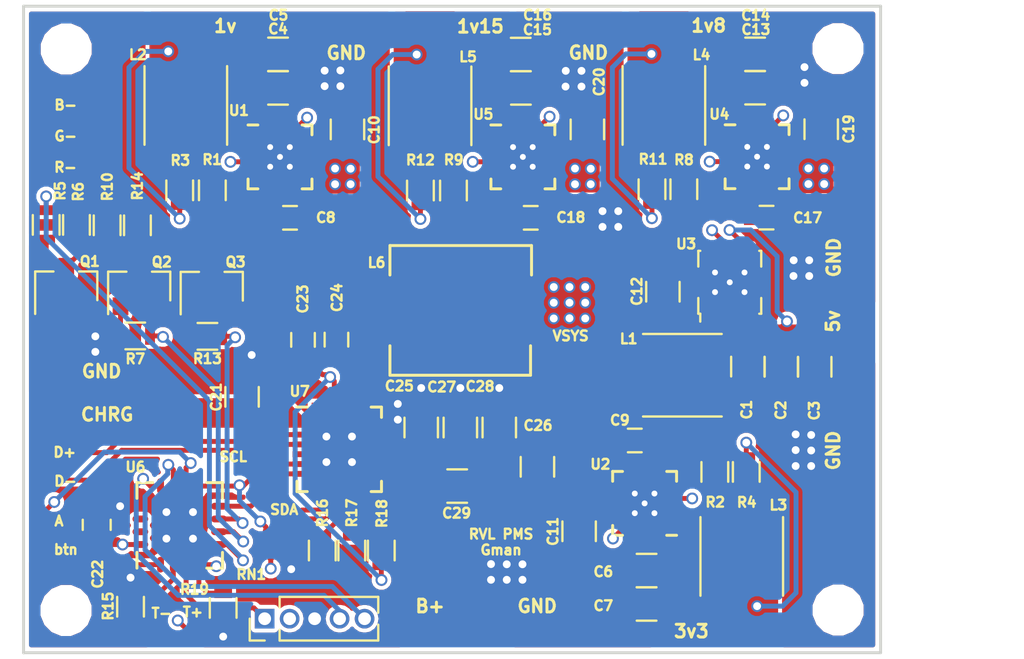
<source format=kicad_pcb>
(kicad_pcb (version 20171130) (host pcbnew "(5.1.4)-1")
  (layers (0 F.Cu signal) (1 In1.Cu signal) (2 In2.Cu signal) (31 B.Cu signal) (34 B.Paste user) (35 F.Paste user) (36 B.SilkS user) (37 F.SilkS user) (38 B.Mask user) (39 F.Mask user) (44 Edge.Cuts user))
  (net 0 "")
  (net 1 5v)
  (net 2 GND)
  (net 3 1v)
  (net 4 3v3)
  (net 5 "Net-(C8-Pad2)")
  (net 6 "Net-(C8-Pad1)")
  (net 7 "Net-(C9-Pad2)")
  (net 8 "Net-(C9-Pad1)")
  (net 9 VSYS)
  (net 10 1v8)
  (net 11 1v15)
  (net 12 "Net-(C17-Pad2)")
  (net 13 "Net-(C17-Pad1)")
  (net 14 "Net-(C18-Pad2)")
  (net 15 "Net-(C18-Pad1)")
  (net 16 "Net-(C21-Pad2)")
  (net 17 REGN)
  (net 18 "Net-(C24-Pad2)")
  (net 19 "Net-(C24-Pad1)")
  (net 20 "Net-(J4-Pad1)")
  (net 21 "Net-(J5-Pad1)")
  (net 22 "Net-(J8-Pad1)")
  (net 23 Vtemp)
  (net 24 SCL)
  (net 25 SDA)
  (net 26 "Net-(J17-Pad1)")
  (net 27 "Net-(J18-Pad1)")
  (net 28 "Net-(J24-Pad1)")
  (net 29 MCLR)
  (net 30 "Net-(J25-Pad4)")
  (net 31 "Net-(J25-Pad5)")
  (net 32 "Net-(L1-Pad2)")
  (net 33 "Net-(L2-Pad2)")
  (net 34 "Net-(L3-Pad2)")
  (net 35 "Net-(L4-Pad2)")
  (net 36 "Net-(L5-Pad2)")
  (net 37 "Net-(Q1-Pad2)")
  (net 38 "Net-(Q1-Pad3)")
  (net 39 "Net-(Q2-Pad2)")
  (net 40 "Net-(Q2-Pad3)")
  (net 41 "Net-(Q3-Pad2)")
  (net 42 "Net-(Q3-Pad3)")
  (net 43 "Net-(R1-Pad1)")
  (net 44 "Net-(R2-Pad1)")
  (net 45 RED)
  (net 46 GREEN)
  (net 47 "Net-(R11-Pad1)")
  (net 48 "Net-(R12-Pad1)")
  (net 49 BLUE)
  (net 50 "Net-(R16-Pad1)")
  (net 51 "Net-(R17-Pad2)")
  (net 52 CE)
  (net 53 OTG)
  (net 54 "Net-(U1-Pad4)")
  (net 55 "Net-(U1-Pad9)")
  (net 56 EN)
  (net 57 "Net-(U2-Pad4)")
  (net 58 "Net-(U2-Pad9)")
  (net 59 "Net-(U3-Pad5)")
  (net 60 "Net-(U3-Pad6)")
  (net 61 "Net-(U3-Pad8)")
  (net 62 "Net-(U4-Pad4)")
  (net 63 "Net-(U4-Pad9)")
  (net 64 "Net-(U5-Pad4)")
  (net 65 "Net-(U5-Pad9)")
  (net 66 button)
  (net 67 "Net-(U6-Pad14)")
  (net 68 "Net-(U6-Pad15)")
  (net 69 "Net-(U7-Pad4)")
  (net 70 "Net-(U7-Pad7)")
  (net 71 "Net-(U7-Pad12)")
  (net 72 "Net-(U7-Pad24)")
  (net 73 "Net-(C29-Pad1)")
  (net 74 "Net-(U7-Pad23)")
  (module Mounting_Holes:MountingHole_2.2mm_M2 (layer F.Cu) (at 190.15 115.24)
    (fp_text reference REF** hide)
    (fp_text value MountingHole_2.2mm_M2 hide)
    (pad 1 np_thru_hole circle (at 0 0) (size 2.2 2.2) (drill 2.2) (layers *.Cu *.Mask))
  )
  (module Capacitors_SMD:C_0805 (layer F.Cu) (at 224.82 102.83 270)
    (fp_text reference C1 (at 2.19 0.06 270) (layer F.SilkS) (effects (font (size 0.5 0.5) (thickness 0.125))))
    (fp_text value C)
    (pad 1 smd rect (at -1 0 270) (size 1 1.25) (layers F.Cu F.Paste F.Mask) (net 1 5v))
    (pad 2 smd rect (at 1 0 270) (size 1 1.25) (layers F.Cu F.Paste F.Mask) (net 2 GND))
  )
  (module Capacitors_SMD:C_0805 (layer F.Cu) (at 226.52 102.84 270)
    (fp_text reference C2 (at 2.21 0.02 270) (layer F.SilkS) (effects (font (size 0.5 0.5) (thickness 0.125))))
    (fp_text value C)
    (pad 1 smd rect (at -1 0 270) (size 1 1.25) (layers F.Cu F.Paste F.Mask) (net 1 5v))
    (pad 2 smd rect (at 1 0 270) (size 1 1.25) (layers F.Cu F.Paste F.Mask) (net 2 GND))
  )
  (module Capacitors_SMD:C_0805 (layer F.Cu) (at 228.22 102.84 270)
    (fp_text reference C3 (at 2.23 0.02 270) (layer F.SilkS) (effects (font (size 0.5 0.5) (thickness 0.125))))
    (fp_text value C)
    (pad 1 smd rect (at -1 0 270) (size 1 1.25) (layers F.Cu F.Paste F.Mask) (net 1 5v))
    (pad 2 smd rect (at 1 0 270) (size 1 1.25) (layers F.Cu F.Paste F.Mask) (net 2 GND))
  )
  (module Capacitors_SMD:C_0805 (layer F.Cu) (at 200.93 88.65)
    (fp_text reference C4 (at 0 -3) (layer F.SilkS) (effects (font (size 0.5 0.5) (thickness 0.125))))
    (fp_text value C)
    (pad 1 smd rect (at -1 0) (size 1 1.25) (layers F.Cu F.Paste F.Mask) (net 3 1v))
    (pad 2 smd rect (at 1 0) (size 1 1.25) (layers F.Cu F.Paste F.Mask) (net 2 GND))
  )
  (module Capacitors_SMD:C_0805 (layer F.Cu) (at 200.93 86.94)
    (fp_text reference C5 (at 0.02 -1.99) (layer F.SilkS) (effects (font (size 0.5 0.5) (thickness 0.125))))
    (fp_text value C)
    (pad 1 smd rect (at -1 0) (size 1 1.25) (layers F.Cu F.Paste F.Mask) (net 3 1v))
    (pad 2 smd rect (at 1 0) (size 1 1.25) (layers F.Cu F.Paste F.Mask) (net 2 GND))
  )
  (module Capacitors_SMD:C_0805 (layer F.Cu) (at 219.67 113.21 180)
    (fp_text reference C6 (at 2.2 -0.06 180) (layer F.SilkS) (effects (font (size 0.5 0.5) (thickness 0.125))))
    (fp_text value C)
    (pad 1 smd rect (at -1 0 180) (size 1 1.25) (layers F.Cu F.Paste F.Mask) (net 4 3v3))
    (pad 2 smd rect (at 1 0 180) (size 1 1.25) (layers F.Cu F.Paste F.Mask) (net 2 GND))
  )
  (module Capacitors_SMD:C_0805 (layer F.Cu) (at 219.67 114.91 180)
    (fp_text reference C7 (at 2.2 -0.09 180) (layer F.SilkS) (effects (font (size 0.5 0.5) (thickness 0.125))))
    (fp_text value C)
    (pad 1 smd rect (at -1 0 180) (size 1 1.25) (layers F.Cu F.Paste F.Mask) (net 4 3v3))
    (pad 2 smd rect (at 1 0 180) (size 1 1.25) (layers F.Cu F.Paste F.Mask) (net 2 GND))
  )
  (module Capacitors_SMD:C_0603 (layer F.Cu) (at 201.54 95.26 180)
    (fp_text reference C8 (at -1.82 0.01 180) (layer F.SilkS) (effects (font (size 0.5 0.5) (thickness 0.125))))
    (fp_text value C)
    (pad 2 smd rect (at 0.75 0 180) (size 0.8 0.75) (layers F.Cu F.Paste F.Mask) (net 5 "Net-(C8-Pad2)"))
    (pad 1 smd rect (at -0.75 0 180) (size 0.8 0.75) (layers F.Cu F.Paste F.Mask) (net 6 "Net-(C8-Pad1)"))
  )
  (module Capacitors_SMD:C_0603 (layer F.Cu) (at 219.07 106.59)
    (fp_text reference C9 (at -0.76 -1.03) (layer F.SilkS) (effects (font (size 0.5 0.5) (thickness 0.125))))
    (fp_text value C)
    (pad 2 smd rect (at 0.75 0) (size 0.8 0.75) (layers F.Cu F.Paste F.Mask) (net 7 "Net-(C9-Pad2)"))
    (pad 1 smd rect (at -0.75 0) (size 0.8 0.75) (layers F.Cu F.Paste F.Mask) (net 8 "Net-(C9-Pad1)"))
  )
  (module Capacitors_SMD:C_0805 (layer F.Cu) (at 204.46 90.76 270)
    (fp_text reference C10 (at 0.02 -1.36 270) (layer F.SilkS) (effects (font (size 0.5 0.5) (thickness 0.125))))
    (fp_text value C)
    (pad 1 smd rect (at -1 0 270) (size 1 1.25) (layers F.Cu F.Paste F.Mask) (net 2 GND))
    (pad 2 smd rect (at 1 0 270) (size 1 1.25) (layers F.Cu F.Paste F.Mask) (net 9 VSYS))
  )
  (module Capacitors_SMD:C_0805 (layer F.Cu) (at 216.24 111.21 90)
    (fp_text reference C11 (at -0.01 -1.33 90) (layer F.SilkS) (effects (font (size 0.5 0.5) (thickness 0.125))))
    (fp_text value C)
    (pad 1 smd rect (at -1 0 90) (size 1 1.25) (layers F.Cu F.Paste F.Mask) (net 2 GND))
    (pad 2 smd rect (at 1 0 90) (size 1 1.25) (layers F.Cu F.Paste F.Mask) (net 9 VSYS))
  )
  (module Capacitors_SMD:C_0805 (layer F.Cu) (at 220.5 99.02 90)
    (fp_text reference C12 (at 0.02 -1.32 90) (layer F.SilkS) (effects (font (size 0.5 0.5) (thickness 0.125))))
    (fp_text value C)
    (pad 1 smd rect (at -1 0 90) (size 1 1.25) (layers F.Cu F.Paste F.Mask) (net 2 GND))
    (pad 2 smd rect (at 1 0 90) (size 1 1.25) (layers F.Cu F.Paste F.Mask) (net 9 VSYS))
  )
  (module Capacitors_SMD:C_0805 (layer F.Cu) (at 225.19 88.64)
    (fp_text reference C13 (at 0.04 -2.96) (layer F.SilkS) (effects (font (size 0.5 0.5) (thickness 0.125))))
    (fp_text value C)
    (pad 1 smd rect (at -1 0) (size 1 1.25) (layers F.Cu F.Paste F.Mask) (net 10 1v8))
    (pad 2 smd rect (at 1 0) (size 1 1.25) (layers F.Cu F.Paste F.Mask) (net 2 GND))
  )
  (module Capacitors_SMD:C_0805 (layer F.Cu) (at 225.19 86.94)
    (fp_text reference C14 (at 0.03 -1.98) (layer F.SilkS) (effects (font (size 0.5 0.5) (thickness 0.125))))
    (fp_text value C)
    (pad 1 smd rect (at -1 0) (size 1 1.25) (layers F.Cu F.Paste F.Mask) (net 10 1v8))
    (pad 2 smd rect (at 1 0) (size 1 1.25) (layers F.Cu F.Paste F.Mask) (net 2 GND))
  )
  (module Capacitors_SMD:C_0805 (layer F.Cu) (at 213.28 88.65)
    (fp_text reference C15 (at 0.84 -2.96) (layer F.SilkS) (effects (font (size 0.5 0.5) (thickness 0.125))))
    (fp_text value C)
    (pad 1 smd rect (at -1 0) (size 1 1.25) (layers F.Cu F.Paste F.Mask) (net 11 1v15))
    (pad 2 smd rect (at 1 0) (size 1 1.25) (layers F.Cu F.Paste F.Mask) (net 2 GND))
  )
  (module Capacitors_SMD:C_0805 (layer F.Cu) (at 213.27 86.95)
    (fp_text reference C16 (at 0.86 -2.01) (layer F.SilkS) (effects (font (size 0.5 0.5) (thickness 0.125))))
    (fp_text value C)
    (pad 1 smd rect (at -1 0) (size 1 1.25) (layers F.Cu F.Paste F.Mask) (net 11 1v15))
    (pad 2 smd rect (at 1 0) (size 1 1.25) (layers F.Cu F.Paste F.Mask) (net 2 GND))
  )
  (module Capacitors_SMD:C_0603 (layer F.Cu) (at 225.77 95.25 180)
    (fp_text reference C17 (at -2.09 -0.01 180) (layer F.SilkS) (effects (font (size 0.5 0.5) (thickness 0.125))))
    (fp_text value C)
    (pad 2 smd rect (at 0.75 0 180) (size 0.8 0.75) (layers F.Cu F.Paste F.Mask) (net 12 "Net-(C17-Pad2)"))
    (pad 1 smd rect (at -0.75 0 180) (size 0.8 0.75) (layers F.Cu F.Paste F.Mask) (net 13 "Net-(C17-Pad1)"))
  )
  (module Capacitors_SMD:C_0603 (layer F.Cu) (at 213.78 95.26 180)
    (fp_text reference C18 (at -2.04 0.02 180) (layer F.SilkS) (effects (font (size 0.5 0.5) (thickness 0.125))))
    (fp_text value C)
    (pad 2 smd rect (at 0.75 0 180) (size 0.8 0.75) (layers F.Cu F.Paste F.Mask) (net 14 "Net-(C18-Pad2)"))
    (pad 1 smd rect (at -0.75 0 180) (size 0.8 0.75) (layers F.Cu F.Paste F.Mask) (net 15 "Net-(C18-Pad1)"))
  )
  (module Capacitors_SMD:C_0805 (layer F.Cu) (at 228.55 90.75 270)
    (fp_text reference C19 (at -0.01 -1.4 270) (layer F.SilkS) (effects (font (size 0.5 0.5) (thickness 0.125))))
    (fp_text value C)
    (pad 1 smd rect (at -1 0 270) (size 1 1.25) (layers F.Cu F.Paste F.Mask) (net 2 GND))
    (pad 2 smd rect (at 1 0 270) (size 1 1.25) (layers F.Cu F.Paste F.Mask) (net 9 VSYS))
  )
  (module Capacitors_SMD:C_0805 (layer F.Cu) (at 216.66 90.76 270)
    (fp_text reference C20 (at -2.42 -0.6 270) (layer F.SilkS) (effects (font (size 0.5 0.5) (thickness 0.125))))
    (fp_text value C)
    (pad 1 smd rect (at -1 0 270) (size 1 1.25) (layers F.Cu F.Paste F.Mask) (net 2 GND))
    (pad 2 smd rect (at 1 0 270) (size 1 1.25) (layers F.Cu F.Paste F.Mask) (net 9 VSYS))
  )
  (module Capacitors_SMD:C_0805 (layer F.Cu) (at 199.1 104.37 270)
    (fp_text reference C21 (at 0.01 1.31 270) (layer F.SilkS) (effects (font (size 0.5 0.5) (thickness 0.125))))
    (fp_text value C)
    (pad 1 smd rect (at -1 0 270) (size 1 1.25) (layers F.Cu F.Paste F.Mask) (net 2 GND))
    (pad 2 smd rect (at 1 0 270) (size 1 1.25) (layers F.Cu F.Paste F.Mask) (net 16 "Net-(C21-Pad2)"))
  )
  (module Capacitors_SMD:C_0603 (layer F.Cu) (at 202.2 101.47 270)
    (fp_text reference C23 (at -2.08 0.01 270) (layer F.SilkS) (effects (font (size 0.5 0.5) (thickness 0.125))))
    (fp_text value C)
    (pad 2 smd rect (at 0.75 0 270) (size 0.8 0.75) (layers F.Cu F.Paste F.Mask) (net 17 REGN))
    (pad 1 smd rect (at -0.75 0 270) (size 0.8 0.75) (layers F.Cu F.Paste F.Mask) (net 2 GND))
  )
  (module Capacitors_SMD:C_0603 (layer F.Cu) (at 203.9 101.46 270)
    (fp_text reference C24 (at -2.14 -0.03 270) (layer F.SilkS) (effects (font (size 0.5 0.5) (thickness 0.125))))
    (fp_text value C)
    (pad 2 smd rect (at 0.75 0 270) (size 0.8 0.75) (layers F.Cu F.Paste F.Mask) (net 18 "Net-(C24-Pad2)"))
    (pad 1 smd rect (at -0.75 0 270) (size 0.8 0.75) (layers F.Cu F.Paste F.Mask) (net 19 "Net-(C24-Pad1)"))
  )
  (module Capacitors_SMD:C_0805 (layer F.Cu) (at 208.21 105.93 90)
    (fp_text reference C25 (at 2.11 -1.11 180) (layer F.SilkS) (effects (font (size 0.5 0.5) (thickness 0.125))))
    (fp_text value C)
    (pad 1 smd rect (at -1 0 90) (size 1 1.25) (layers F.Cu F.Paste F.Mask) (net 9 VSYS))
    (pad 2 smd rect (at 1 0 90) (size 1 1.25) (layers F.Cu F.Paste F.Mask) (net 2 GND))
  )
  (module Capacitors_SMD:C_0805 (layer F.Cu) (at 210.2 105.93 90)
    (fp_text reference C27 (at 2.06 -0.95 180) (layer F.SilkS) (effects (font (size 0.5 0.5) (thickness 0.125))))
    (fp_text value C)
    (pad 1 smd rect (at -1 0 90) (size 1 1.25) (layers F.Cu F.Paste F.Mask) (net 9 VSYS))
    (pad 2 smd rect (at 1 0 90) (size 1 1.25) (layers F.Cu F.Paste F.Mask) (net 2 GND))
  )
  (module Capacitors_SMD:C_0805 (layer F.Cu) (at 212.18 105.93 90)
    (fp_text reference C28 (at 2.09 -0.98 180) (layer F.SilkS) (effects (font (size 0.5 0.5) (thickness 0.125))))
    (fp_text value C)
    (pad 1 smd rect (at -1 0 90) (size 1 1.25) (layers F.Cu F.Paste F.Mask) (net 9 VSYS))
    (pad 2 smd rect (at 1 0 90) (size 1 1.25) (layers F.Cu F.Paste F.Mask) (net 2 GND))
  )
  (module .pretty:TP2 (layer F.Cu) (at 230.51 101.1 90)
    (fp_text reference 5v (at 0.58 -1.36 90) (layer F.SilkS) (effects (font (size 0.65 0.65))))
    (fp_text value TEST_1P hide)
    (pad 1 smd rect (at 0 0 90) (size 2.5 1.5) (layers F.Cu F.Paste F.Mask) (net 1 5v))
  )
  (module .pretty:TP2 (layer F.Cu) (at 196.24 85.51 180)
    (fp_text reference 1v (at -2.01 0.01 180) (layer F.SilkS) (effects (font (size 0.65 0.65))))
    (fp_text value TEST_1P hide)
    (pad 1 smd rect (at 0 0 180) (size 2.5 1.5) (layers F.Cu F.Paste F.Mask) (net 3 1v))
  )
  (module .pretty:TP2 (layer F.Cu) (at 224.23 116.32)
    (fp_text reference 3v3 (at -2.28 -0.02) (layer F.SilkS) (effects (font (size 0.65 0.65))))
    (fp_text value TEST_1P hide)
    (pad 1 smd rect (at 0 0) (size 2.5 1.5) (layers F.Cu F.Paste F.Mask) (net 4 3v3))
  )
  (module .pretty:TP1 (layer F.Cu) (at 188.92 92.68)
    (fp_text reference J4 hide)
    (fp_text value TEST_1P hide)
    (pad 1 smd circle (at 0 0) (size 1 1) (layers F.Cu F.Paste F.Mask) (net 20 "Net-(J4-Pad1)"))
  )
  (module .pretty:TP1 (layer F.Cu) (at 188.91 91.08)
    (fp_text reference J5 hide)
    (fp_text value TEST_1P hide)
    (pad 1 smd circle (at 0 0) (size 1 1) (layers F.Cu F.Paste F.Mask) (net 21 "Net-(J5-Pad1)"))
  )
  (module .pretty:TP2 (layer F.Cu) (at 220.55 85.5 180)
    (fp_text reference 1v8 (at -2.28 0.02 180) (layer F.SilkS) (effects (font (size 0.65 0.65))))
    (fp_text value TEST_1P hide)
    (pad 1 smd rect (at 0 0 180) (size 2.5 1.5) (layers F.Cu F.Paste F.Mask) (net 10 1v8))
  )
  (module .pretty:TP2 (layer F.Cu) (at 208.66 85.5 180)
    (fp_text reference 1v15 (at -2.56 -0.02 180) (layer F.SilkS) (effects (font (size 0.65 0.65))))
    (fp_text value TEST_1P hide)
    (pad 1 smd rect (at 0 0 180) (size 2.5 1.5) (layers F.Cu F.Paste F.Mask) (net 11 1v15))
  )
  (module .pretty:TP1 (layer F.Cu) (at 188.92 89.49)
    (fp_text reference J8 hide)
    (fp_text value TEST_1P hide)
    (pad 1 smd circle (at 0 0) (size 1 1) (layers F.Cu F.Paste F.Mask) (net 22 "Net-(J8-Pad1)"))
  )
  (module .pretty:TP2 (layer F.Cu) (at 214.13 116.35)
    (fp_text reference GND (at -0.02 -1.33) (layer F.SilkS) (effects (font (size 0.65 0.65))))
    (fp_text value TEST_1P hide)
    (pad 1 smd rect (at 0 0) (size 2.5 1.5) (layers F.Cu F.Paste F.Mask) (net 2 GND))
  )
  (module .pretty:TP2 (layer F.Cu) (at 204.3 85.52)
    (fp_text reference GND (at 0.1 1.35) (layer F.SilkS) (effects (font (size 0.65 0.65))))
    (fp_text value TEST_1P hide)
    (pad 1 smd rect (at 0 0) (size 2.5 1.5) (layers F.Cu F.Paste F.Mask) (net 2 GND))
  )
  (module .pretty:TP1 (layer F.Cu) (at 194.93 116.55)
    (fp_text reference J11 hide)
    (fp_text value TEST_1P hide)
    (pad 1 smd circle (at 0 0) (size 1 1) (layers F.Cu F.Paste F.Mask) (net 23 Vtemp))
  )
  (module .pretty:TP1 (layer F.Cu) (at 196.5 116.56)
    (fp_text reference J12 hide)
    (fp_text value TEST_1P hide)
    (pad 1 smd circle (at 0 0) (size 1 1) (layers F.Cu F.Paste F.Mask) (net 9 VSYS))
  )
  (module .pretty:TP2 (layer F.Cu) (at 216.61 85.51)
    (fp_text reference GND (at 0.1 1.35) (layer F.SilkS) (effects (font (size 0.65 0.65))))
    (fp_text value TEST_1P hide)
    (pad 1 smd rect (at 0 0) (size 2.5 1.5) (layers F.Cu F.Paste F.Mask) (net 2 GND))
  )
  (module .pretty:TP1 (layer F.Cu) (at 199.95 108.12)
    (fp_text reference J14 hide)
    (fp_text value TEST_1P hide)
    (pad 1 smd circle (at 0 0) (size 1 1) (layers F.Cu F.Paste F.Mask) (net 24 SCL))
  )
  (module .pretty:TP2 (layer F.Cu) (at 230.52 107.12 90)
    (fp_text reference GND (at 0.02 -1.36 90) (layer F.SilkS) (effects (font (size 0.65 0.65))))
    (fp_text value TEST_1P hide)
    (pad 1 smd rect (at 0 0 90) (size 2.5 1.5) (layers F.Cu F.Paste F.Mask) (net 2 GND))
  )
  (module .pretty:TP1 (layer F.Cu) (at 199.98 109.51)
    (fp_text reference J16 hide)
    (fp_text value TEST_1P hide)
    (pad 1 smd circle (at 0 0) (size 1 1) (layers F.Cu F.Paste F.Mask) (net 25 SDA))
  )
  (module .pretty:TP1 (layer F.Cu) (at 188.88 107.21)
    (fp_text reference J17 hide)
    (fp_text value TEST_1P hide)
    (pad 1 smd circle (at 0 0) (size 1 1) (layers F.Cu F.Paste F.Mask) (net 26 "Net-(J17-Pad1)"))
  )
  (module .pretty:TP1 (layer F.Cu) (at 188.91 108.61)
    (fp_text reference J18 hide)
    (fp_text value TEST_1P hide)
    (pad 1 smd circle (at 0 0) (size 1 1) (layers F.Cu F.Paste F.Mask) (net 27 "Net-(J18-Pad1)"))
  )
  (module .pretty:TP2 (layer F.Cu) (at 189.54 102.24)
    (fp_text reference GND (at 2.42 0.83) (layer F.SilkS) (effects (font (size 0.65 0.65))))
    (fp_text value TEST_1P hide)
    (pad 1 smd rect (at 0 0) (size 2.5 1.5) (layers F.Cu F.Paste F.Mask) (net 2 GND))
  )
  (module .pretty:TP2 (layer F.Cu) (at 189.52 105.19)
    (fp_text reference CHRG (at 2.72 0.08) (layer F.SilkS) (effects (font (size 0.65 0.65))))
    (fp_text value TEST_1P hide)
    (pad 1 smd rect (at 0 0) (size 2.5 1.5) (layers F.Cu F.Paste F.Mask) (net 16 "Net-(C21-Pad2)"))
  )
  (module .pretty:TP2 (layer F.Cu) (at 230.52 97.32 90)
    (fp_text reference GND (at 0.04 -1.33 90) (layer F.SilkS) (effects (font (size 0.65 0.65))))
    (fp_text value TEST_1P hide)
    (pad 1 smd rect (at 0 0 90) (size 2.5 1.5) (layers F.Cu F.Paste F.Mask) (net 2 GND))
  )
  (module .pretty:TP2 (layer F.Cu) (at 208.66 116.35)
    (fp_text reference B+ (at 0 -1.33) (layer F.SilkS) (effects (font (size 0.65 0.65))))
    (fp_text value TEST_1P hide)
    (pad 1 smd rect (at 0 0) (size 2.5 1.5) (layers F.Cu F.Paste F.Mask) (net 73 "Net-(C29-Pad1)"))
  )
  (module .pretty:TP1 (layer F.Cu) (at 188.89 110.71)
    (fp_text reference J24 hide)
    (fp_text value TEST_1P hide)
    (pad 1 smd circle (at 0 0) (size 1 1) (layers F.Cu F.Paste F.Mask) (net 28 "Net-(J24-Pad1)"))
  )
  (module Pin_Headers:Pin_Header_Straight_1x05_Pitch1.27mm (layer F.Cu) (at 200.25 115.66 90)
    (fp_text reference J25 hide)
    (fp_text value Conn_01x05 hide)
    (pad 1 thru_hole rect (at 0 0 90) (size 1 1) (drill 0.65) (layers *.Cu *.Mask) (net 29 MCLR))
    (pad 2 thru_hole oval (at 0 1.27 90) (size 1 1) (drill 0.65) (layers *.Cu *.Mask) (net 9 VSYS))
    (pad 3 thru_hole oval (at 0 2.54 90) (size 1 1) (drill 0.65) (layers *.Cu *.Mask) (net 2 GND))
    (pad 4 thru_hole oval (at 0 3.81 90) (size 1 1) (drill 0.65) (layers *.Cu *.Mask) (net 30 "Net-(J25-Pad4)"))
    (pad 5 thru_hole oval (at 0 5.08 90) (size 1 1) (drill 0.65) (layers *.Cu *.Mask) (net 31 "Net-(J25-Pad5)"))
  )
  (module Inductors_SMD:L_Taiyo-Yuden_MD-4040 (layer F.Cu) (at 221.49 103.27)
    (fp_text reference L1 (at -2.73 -1.85) (layer F.SilkS) (effects (font (size 0.5 0.5) (thickness 0.125))))
    (fp_text value L)
    (pad 1 smd rect (at -1.4 0) (size 1.2 3.7) (layers F.Cu F.Paste F.Mask) (net 9 VSYS))
    (pad 2 smd rect (at 1.4 0) (size 1.2 3.7) (layers F.Cu F.Paste F.Mask) (net 32 "Net-(L1-Pad2)"))
  )
  (module Inductors_SMD:L_Taiyo-Yuden_MD-4040 (layer F.Cu) (at 196.24 89.54 270)
    (fp_text reference L2 (at -2.58 2.44) (layer F.SilkS) (effects (font (size 0.5 0.5) (thickness 0.125))))
    (fp_text value L)
    (pad 1 smd rect (at -1.4 0 270) (size 1.2 3.7) (layers F.Cu F.Paste F.Mask) (net 3 1v))
    (pad 2 smd rect (at 1.4 0 270) (size 1.2 3.7) (layers F.Cu F.Paste F.Mask) (net 33 "Net-(L2-Pad2)"))
  )
  (module Inductors_SMD:L_Taiyo-Yuden_MD-4040 (layer F.Cu) (at 224.51 112.49 90)
    (fp_text reference L3 (at 2.61 1.86 180) (layer F.SilkS) (effects (font (size 0.5 0.5) (thickness 0.125))))
    (fp_text value L)
    (pad 1 smd rect (at -1.4 0 90) (size 1.2 3.7) (layers F.Cu F.Paste F.Mask) (net 4 3v3))
    (pad 2 smd rect (at 1.4 0 90) (size 1.2 3.7) (layers F.Cu F.Paste F.Mask) (net 34 "Net-(L3-Pad2)"))
  )
  (module Inductors_SMD:L_Taiyo-Yuden_MD-4040 (layer F.Cu) (at 220.55 89.54 270)
    (fp_text reference L4 (at -2.57 -1.91) (layer F.SilkS) (effects (font (size 0.5 0.5) (thickness 0.125))))
    (fp_text value L)
    (pad 1 smd rect (at -1.4 0 270) (size 1.2 3.7) (layers F.Cu F.Paste F.Mask) (net 10 1v8))
    (pad 2 smd rect (at 1.4 0 270) (size 1.2 3.7) (layers F.Cu F.Paste F.Mask) (net 35 "Net-(L4-Pad2)"))
  )
  (module Inductors_SMD:L_Taiyo-Yuden_MD-4040 (layer F.Cu) (at 208.66 89.56 270)
    (fp_text reference L5 (at -2.49 -1.93) (layer F.SilkS) (effects (font (size 0.5 0.5) (thickness 0.125))))
    (fp_text value L)
    (pad 1 smd rect (at -1.4 0 270) (size 1.2 3.7) (layers F.Cu F.Paste F.Mask) (net 11 1v15))
    (pad 2 smd rect (at 1.4 0 270) (size 1.2 3.7) (layers F.Cu F.Paste F.Mask) (net 36 "Net-(L5-Pad2)"))
  )
  (module .pretty:ASPI-0630HI-2R2M-T15 (layer F.Cu) (at 210.22 99.97 180)
    (fp_text reference L6 (at 4.28 2.43 180) (layer F.SilkS) (effects (font (size 0.5 0.5) (thickness 0.125))))
    (fp_text value L hide)
    (pad 1 smd rect (at -3.05 0 180) (size 2.35 3.4) (layers F.Cu F.Paste F.Mask) (net 9 VSYS))
    (pad 2 smd rect (at 3.05 0 180) (size 2.35 3.4) (layers F.Cu F.Paste F.Mask) (net 19 "Net-(C24-Pad1)"))
  )
  (module .pretty:SOT-23_custom (layer F.Cu) (at 190.16 98.75 90)
    (fp_text reference Q1 (at 1.27 1.2 180) (layer F.SilkS) (effects (font (size 0.5 0.5) (thickness 0.125))))
    (fp_text value 2N3904)
    (pad 2 smd rect (at -1 -0.95 90) (size 0.9 0.8) (layers F.Cu F.Paste F.Mask) (net 37 "Net-(Q1-Pad2)"))
    (pad 1 smd rect (at -1 0.95 90) (size 0.9 0.8) (layers F.Cu F.Paste F.Mask) (net 2 GND))
    (pad 3 smd rect (at 1 0 90) (size 0.9 0.8) (layers F.Cu F.Paste F.Mask) (net 38 "Net-(Q1-Pad3)"))
  )
  (module .pretty:SOT-23_custom (layer F.Cu) (at 193.87 98.76 90)
    (fp_text reference Q2 (at 1.25 1.15 180) (layer F.SilkS) (effects (font (size 0.5 0.5) (thickness 0.125))))
    (fp_text value 2N3904)
    (pad 2 smd rect (at -1 -0.95 90) (size 0.9 0.8) (layers F.Cu F.Paste F.Mask) (net 39 "Net-(Q2-Pad2)"))
    (pad 1 smd rect (at -1 0.95 90) (size 0.9 0.8) (layers F.Cu F.Paste F.Mask) (net 2 GND))
    (pad 3 smd rect (at 1 0 90) (size 0.9 0.8) (layers F.Cu F.Paste F.Mask) (net 40 "Net-(Q2-Pad3)"))
  )
  (module .pretty:SOT-23_custom (layer F.Cu) (at 197.56 98.77 90)
    (fp_text reference Q3 (at 1.26 1.21 180) (layer F.SilkS) (effects (font (size 0.5 0.5) (thickness 0.125))))
    (fp_text value 2N3904)
    (pad 2 smd rect (at -1 -0.95 90) (size 0.9 0.8) (layers F.Cu F.Paste F.Mask) (net 41 "Net-(Q3-Pad2)"))
    (pad 1 smd rect (at -1 0.95 90) (size 0.9 0.8) (layers F.Cu F.Paste F.Mask) (net 2 GND))
    (pad 3 smd rect (at 1 0 90) (size 0.9 0.8) (layers F.Cu F.Paste F.Mask) (net 42 "Net-(Q3-Pad3)"))
  )
  (module Resistors_SMD:R_0603 (layer F.Cu) (at 197.59 93.86 270)
    (fp_text reference R1 (at -1.56 0.01) (layer F.SilkS) (effects (font (size 0.5 0.5) (thickness 0.125))))
    (fp_text value R)
    (pad 1 smd rect (at -0.75 0 270) (size 0.5 0.9) (layers F.Cu F.Paste F.Mask) (net 43 "Net-(R1-Pad1)"))
    (pad 2 smd rect (at 0.75 0 270) (size 0.5 0.9) (layers F.Cu F.Paste F.Mask) (net 2 GND))
  )
  (module Resistors_SMD:R_0603 (layer F.Cu) (at 223.14 108.19 90)
    (fp_text reference R2 (at -1.54 0.02 180) (layer F.SilkS) (effects (font (size 0.5 0.5) (thickness 0.125))))
    (fp_text value R)
    (pad 1 smd rect (at -0.75 0 90) (size 0.5 0.9) (layers F.Cu F.Paste F.Mask) (net 44 "Net-(R2-Pad1)"))
    (pad 2 smd rect (at 0.75 0 90) (size 0.5 0.9) (layers F.Cu F.Paste F.Mask) (net 2 GND))
  )
  (module Resistors_SMD:R_0603 (layer F.Cu) (at 195.93 93.86 270)
    (fp_text reference R3 (at -1.52 -0.03) (layer F.SilkS) (effects (font (size 0.5 0.5) (thickness 0.125))))
    (fp_text value R)
    (pad 1 smd rect (at -0.75 0 270) (size 0.5 0.9) (layers F.Cu F.Paste F.Mask) (net 43 "Net-(R1-Pad1)"))
    (pad 2 smd rect (at 0.75 0 270) (size 0.5 0.9) (layers F.Cu F.Paste F.Mask) (net 3 1v))
  )
  (module Resistors_SMD:R_0603 (layer F.Cu) (at 224.74 108.19 90)
    (fp_text reference R4 (at -1.55 0.02 180) (layer F.SilkS) (effects (font (size 0.5 0.5) (thickness 0.125))))
    (fp_text value R)
    (pad 1 smd rect (at -0.75 0 90) (size 0.5 0.9) (layers F.Cu F.Paste F.Mask) (net 44 "Net-(R2-Pad1)"))
    (pad 2 smd rect (at 0.75 0 90) (size 0.5 0.9) (layers F.Cu F.Paste F.Mask) (net 4 3v3))
  )
  (module Resistors_SMD:R_0603 (layer F.Cu) (at 189.14 95.62 270)
    (fp_text reference R5 (at -1.73 -0.71 270) (layer F.SilkS) (effects (font (size 0.5 0.5) (thickness 0.125))))
    (fp_text value R)
    (pad 1 smd rect (at -0.75 0 270) (size 0.5 0.9) (layers F.Cu F.Paste F.Mask) (net 45 RED))
    (pad 2 smd rect (at 0.75 0 270) (size 0.5 0.9) (layers F.Cu F.Paste F.Mask) (net 37 "Net-(Q1-Pad2)"))
  )
  (module Resistors_SMD:R_0603 (layer F.Cu) (at 190.68 95.62 270)
    (fp_text reference R6 (at -1.69 -0.09 270) (layer F.SilkS) (effects (font (size 0.5 0.5) (thickness 0.125))))
    (fp_text value R)
    (pad 1 smd rect (at -0.75 0 270) (size 0.5 0.9) (layers F.Cu F.Paste F.Mask) (net 20 "Net-(J4-Pad1)"))
    (pad 2 smd rect (at 0.75 0 270) (size 0.5 0.9) (layers F.Cu F.Paste F.Mask) (net 38 "Net-(Q1-Pad3)"))
  )
  (module Resistors_SMD:R_0603 (layer F.Cu) (at 193.67 101.27 180)
    (fp_text reference R7 (at 0 -1.17 180) (layer F.SilkS) (effects (font (size 0.5 0.5) (thickness 0.125))))
    (fp_text value R)
    (pad 1 smd rect (at -0.75 0 180) (size 0.5 0.9) (layers F.Cu F.Paste F.Mask) (net 46 GREEN))
    (pad 2 smd rect (at 0.75 0 180) (size 0.5 0.9) (layers F.Cu F.Paste F.Mask) (net 39 "Net-(Q2-Pad2)"))
  )
  (module Resistors_SMD:R_0603 (layer F.Cu) (at 221.565 93.805 270)
    (fp_text reference R8 (at -1.495 -0.005) (layer F.SilkS) (effects (font (size 0.5 0.5) (thickness 0.125))))
    (fp_text value R)
    (pad 1 smd rect (at -0.75 0 270) (size 0.5 0.9) (layers F.Cu F.Paste F.Mask) (net 47 "Net-(R11-Pad1)"))
    (pad 2 smd rect (at 0.75 0 270) (size 0.5 0.9) (layers F.Cu F.Paste F.Mask) (net 2 GND))
  )
  (module Resistors_SMD:R_0603 (layer F.Cu) (at 209.85 93.87 270)
    (fp_text reference R9 (at -1.56 -0.01) (layer F.SilkS) (effects (font (size 0.5 0.5) (thickness 0.125))))
    (fp_text value R)
    (pad 1 smd rect (at -0.75 0 270) (size 0.5 0.9) (layers F.Cu F.Paste F.Mask) (net 48 "Net-(R12-Pad1)"))
    (pad 2 smd rect (at 0.75 0 270) (size 0.5 0.9) (layers F.Cu F.Paste F.Mask) (net 2 GND))
  )
  (module Resistors_SMD:R_0603 (layer F.Cu) (at 192.24 95.64 270)
    (fp_text reference R10 (at -1.96 -0.01 270) (layer F.SilkS) (effects (font (size 0.5 0.5) (thickness 0.125))))
    (fp_text value R)
    (pad 1 smd rect (at -0.75 0 270) (size 0.5 0.9) (layers F.Cu F.Paste F.Mask) (net 21 "Net-(J5-Pad1)"))
    (pad 2 smd rect (at 0.75 0 270) (size 0.5 0.9) (layers F.Cu F.Paste F.Mask) (net 40 "Net-(Q2-Pad3)"))
  )
  (module Resistors_SMD:R_0603 (layer F.Cu) (at 219.945 93.805 270)
    (fp_text reference R11 (at -1.525 -0.055) (layer F.SilkS) (effects (font (size 0.5 0.5) (thickness 0.125))))
    (fp_text value R)
    (pad 1 smd rect (at -0.75 0 270) (size 0.5 0.9) (layers F.Cu F.Paste F.Mask) (net 47 "Net-(R11-Pad1)"))
    (pad 2 smd rect (at 0.75 0 270) (size 0.5 0.9) (layers F.Cu F.Paste F.Mask) (net 10 1v8))
  )
  (module Resistors_SMD:R_0603 (layer F.Cu) (at 208.17 93.87 270)
    (fp_text reference R12 (at -1.55 0) (layer F.SilkS) (effects (font (size 0.5 0.5) (thickness 0.125))))
    (fp_text value R)
    (pad 1 smd rect (at -0.75 0 270) (size 0.5 0.9) (layers F.Cu F.Paste F.Mask) (net 48 "Net-(R12-Pad1)"))
    (pad 2 smd rect (at 0.75 0 270) (size 0.5 0.9) (layers F.Cu F.Paste F.Mask) (net 11 1v15))
  )
  (module Resistors_SMD:R_0603 (layer F.Cu) (at 197.34 101.29)
    (fp_text reference R13 (at 0 1.14) (layer F.SilkS) (effects (font (size 0.5 0.5) (thickness 0.125))))
    (fp_text value R)
    (pad 1 smd rect (at -0.75 0) (size 0.5 0.9) (layers F.Cu F.Paste F.Mask) (net 41 "Net-(Q3-Pad2)"))
    (pad 2 smd rect (at 0.75 0) (size 0.5 0.9) (layers F.Cu F.Paste F.Mask) (net 49 BLUE))
  )
  (module Resistors_SMD:R_0603 (layer F.Cu) (at 193.78 95.64 270)
    (fp_text reference R14 (at -2 0 270) (layer F.SilkS) (effects (font (size 0.5 0.5) (thickness 0.125))))
    (fp_text value R)
    (pad 1 smd rect (at -0.75 0 270) (size 0.5 0.9) (layers F.Cu F.Paste F.Mask) (net 22 "Net-(J8-Pad1)"))
    (pad 2 smd rect (at 0.75 0 270) (size 0.5 0.9) (layers F.Cu F.Paste F.Mask) (net 42 "Net-(Q3-Pad3)"))
  )
  (module Resistors_SMD:R_0603 (layer F.Cu) (at 193.43 115.05 90)
    (fp_text reference R15 (at 0.03 -1.14 90) (layer F.SilkS) (effects (font (size 0.5 0.5) (thickness 0.125))))
    (fp_text value R)
    (pad 1 smd rect (at -0.75 0 90) (size 0.5 0.9) (layers F.Cu F.Paste F.Mask) (net 23 Vtemp))
    (pad 2 smd rect (at 0.75 0 90) (size 0.5 0.9) (layers F.Cu F.Paste F.Mask) (net 2 GND))
  )
  (module Resistors_SMD:R_0603 (layer F.Cu) (at 203.18 112.19 270)
    (fp_text reference R16 (at -1.91 -0.01 90) (layer F.SilkS) (effects (font (size 0.5 0.5) (thickness 0.125))))
    (fp_text value R)
    (pad 1 smd rect (at -0.75 0 270) (size 0.5 0.9) (layers F.Cu F.Paste F.Mask) (net 50 "Net-(R16-Pad1)"))
    (pad 2 smd rect (at 0.75 0 270) (size 0.5 0.9) (layers F.Cu F.Paste F.Mask) (net 2 GND))
  )
  (module Resistors_SMD:R_0603 (layer F.Cu) (at 204.68 112.19 90)
    (fp_text reference R17 (at 1.91 0 90) (layer F.SilkS) (effects (font (size 0.5 0.5) (thickness 0.125))))
    (fp_text value R)
    (pad 1 smd rect (at -0.75 0 90) (size 0.5 0.9) (layers F.Cu F.Paste F.Mask) (net 2 GND))
    (pad 2 smd rect (at 0.75 0 90) (size 0.5 0.9) (layers F.Cu F.Paste F.Mask) (net 51 "Net-(R17-Pad2)"))
  )
  (module Resistors_SMD:R_0603 (layer F.Cu) (at 206.18 112.19 90)
    (fp_text reference R18 (at 1.88 0.03 90) (layer F.SilkS) (effects (font (size 0.5 0.5) (thickness 0.125))))
    (fp_text value R)
    (pad 1 smd rect (at -0.75 0 90) (size 0.5 0.9) (layers F.Cu F.Paste F.Mask) (net 17 REGN))
    (pad 2 smd rect (at 0.75 0 90) (size 0.5 0.9) (layers F.Cu F.Paste F.Mask) (net 51 "Net-(R17-Pad2)"))
  )
  (module .pretty:RA_0804 (layer F.Cu) (at 200.81 114.08 180)
    (fp_text reference RN1 (at 1.24 0.67 180) (layer F.SilkS) (effects (font (size 0.5 0.5) (thickness 0.125))))
    (fp_text value R_Pack04 hide)
    (pad 1 smd rect (at -1 1.7 180) (size 0.3 0.5) (layers F.Cu F.Paste F.Mask) (net 2 GND))
    (pad 2 smd rect (at -0.5 1.7 180) (size 0.3 0.5) (layers F.Cu F.Paste F.Mask) (net 2 GND))
    (pad 3 smd rect (at 0 1.7 180) (size 0.3 0.5) (layers F.Cu F.Paste F.Mask) (net 9 VSYS))
    (pad 4 smd rect (at 0.5 1.7 180) (size 0.3 0.5) (layers F.Cu F.Paste F.Mask) (net 9 VSYS))
    (pad 5 smd rect (at 0.5 2.7 180) (size 0.3 0.5) (layers F.Cu F.Paste F.Mask) (net 24 SCL))
    (pad 6 smd rect (at 0 2.7 180) (size 0.3 0.5) (layers F.Cu F.Paste F.Mask) (net 25 SDA))
    (pad 7 smd rect (at -0.5 2.7 180) (size 0.3 0.5) (layers F.Cu F.Paste F.Mask) (net 53 OTG))
    (pad 8 smd rect (at -1 2.7 180) (size 0.3 0.5) (layers F.Cu F.Paste F.Mask) (net 52 CE))
  )
  (module Housings_DFN_QFN:QFN-16-1EP_3x3mm_Pitch0.5mm_ThermalVias (layer F.Cu) (at 201.03 92.16)
    (fp_text reference U1 (at -2.09 -2.36) (layer F.SilkS) (effects (font (size 0.5 0.5) (thickness 0.125))))
    (fp_text value tlv62095)
    (pad 1 smd oval (at -1.475 -0.75) (size 0.75 0.3) (layers F.Cu F.Paste F.Mask) (net 33 "Net-(L2-Pad2)"))
    (pad 2 smd oval (at -1.475 -0.25) (size 0.75 0.3) (layers F.Cu F.Paste F.Mask) (net 33 "Net-(L2-Pad2)"))
    (pad 3 smd oval (at -1.475 0.25) (size 0.75 0.3) (layers F.Cu F.Paste F.Mask) (net 9 VSYS))
    (pad 4 smd oval (at -1.475 0.75) (size 0.75 0.3) (layers F.Cu F.Paste F.Mask) (net 54 "Net-(U1-Pad4)"))
    (pad 5 smd oval (at -0.75 1.475 90) (size 0.75 0.3) (layers F.Cu F.Paste F.Mask) (net 43 "Net-(R1-Pad1)"))
    (pad 6 smd oval (at -0.25 1.475 90) (size 0.75 0.3) (layers F.Cu F.Paste F.Mask) (net 2 GND))
    (pad 7 smd oval (at 0.25 1.475 90) (size 0.75 0.3) (layers F.Cu F.Paste F.Mask) (net 5 "Net-(C8-Pad2)"))
    (pad 8 smd oval (at 0.75 1.475 90) (size 0.75 0.3) (layers F.Cu F.Paste F.Mask) (net 6 "Net-(C8-Pad1)"))
    (pad 9 smd oval (at 1.475 0.75) (size 0.75 0.3) (layers F.Cu F.Paste F.Mask) (net 55 "Net-(U1-Pad9)"))
    (pad 10 smd oval (at 1.475 0.25) (size 0.75 0.3) (layers F.Cu F.Paste F.Mask) (net 9 VSYS))
    (pad 11 smd oval (at 1.475 -0.25) (size 0.75 0.3) (layers F.Cu F.Paste F.Mask) (net 9 VSYS))
    (pad 12 smd oval (at 1.475 -0.75) (size 0.75 0.3) (layers F.Cu F.Paste F.Mask) (net 9 VSYS))
    (pad 13 smd oval (at 0.75 -1.475 90) (size 0.75 0.3) (layers F.Cu F.Paste F.Mask) (net 56 EN))
    (pad 14 smd oval (at 0.25 -1.475 90) (size 0.75 0.3) (layers F.Cu F.Paste F.Mask) (net 2 GND))
    (pad 15 smd oval (at -0.25 -1.475 90) (size 0.75 0.3) (layers F.Cu F.Paste F.Mask) (net 2 GND))
    (pad 16 smd oval (at -0.75 -1.475 90) (size 0.75 0.3) (layers F.Cu F.Paste F.Mask) (net 3 1v))
    (pad 17 smd rect (at 0.45 0.45) (size 0.9 0.9) (layers F.Cu F.Paste F.Mask) (net 2 GND))
    (pad 17 smd rect (at 0.45 -0.45) (size 0.9 0.9) (layers F.Cu F.Paste F.Mask) (net 2 GND))
    (pad 17 smd rect (at -0.45 0.45) (size 0.9 0.9) (layers F.Cu F.Paste F.Mask) (net 2 GND))
    (pad 17 smd rect (at -0.45 -0.45) (size 0.9 0.9) (layers F.Cu F.Paste F.Mask) (net 2 GND))
    (pad 17 thru_hole circle (at 0 0) (size 0.6 0.6) (drill 0.3) (layers *.Cu) (net 2 GND))
    (pad 17 thru_hole circle (at -0.5 -0.5) (size 0.6 0.6) (drill 0.3) (layers *.Cu) (net 2 GND))
    (pad 17 thru_hole circle (at 0.5 -0.5) (size 0.6 0.6) (drill 0.3) (layers *.Cu) (net 2 GND))
    (pad 17 thru_hole circle (at 0.5 0.5) (size 0.6 0.6) (drill 0.3) (layers *.Cu) (net 2 GND))
    (pad 17 thru_hole circle (at -0.5 0.5) (size 0.6 0.6) (drill 0.3) (layers *.Cu) (net 2 GND))
  )
  (module Housings_DFN_QFN:QFN-16-1EP_3x3mm_Pitch0.5mm_ThermalVias (layer F.Cu) (at 219.57 109.79 180)
    (fp_text reference U2 (at 2.25 1.99 180) (layer F.SilkS) (effects (font (size 0.5 0.5) (thickness 0.125))))
    (fp_text value tlv62095)
    (pad 1 smd oval (at -1.475 -0.75 180) (size 0.75 0.3) (layers F.Cu F.Paste F.Mask) (net 34 "Net-(L3-Pad2)"))
    (pad 2 smd oval (at -1.475 -0.25 180) (size 0.75 0.3) (layers F.Cu F.Paste F.Mask) (net 34 "Net-(L3-Pad2)"))
    (pad 3 smd oval (at -1.475 0.25 180) (size 0.75 0.3) (layers F.Cu F.Paste F.Mask) (net 9 VSYS))
    (pad 4 smd oval (at -1.475 0.75 180) (size 0.75 0.3) (layers F.Cu F.Paste F.Mask) (net 57 "Net-(U2-Pad4)"))
    (pad 5 smd oval (at -0.75 1.475 270) (size 0.75 0.3) (layers F.Cu F.Paste F.Mask) (net 44 "Net-(R2-Pad1)"))
    (pad 6 smd oval (at -0.25 1.475 270) (size 0.75 0.3) (layers F.Cu F.Paste F.Mask) (net 2 GND))
    (pad 7 smd oval (at 0.25 1.475 270) (size 0.75 0.3) (layers F.Cu F.Paste F.Mask) (net 7 "Net-(C9-Pad2)"))
    (pad 8 smd oval (at 0.75 1.475 270) (size 0.75 0.3) (layers F.Cu F.Paste F.Mask) (net 8 "Net-(C9-Pad1)"))
    (pad 9 smd oval (at 1.475 0.75 180) (size 0.75 0.3) (layers F.Cu F.Paste F.Mask) (net 58 "Net-(U2-Pad9)"))
    (pad 10 smd oval (at 1.475 0.25 180) (size 0.75 0.3) (layers F.Cu F.Paste F.Mask) (net 9 VSYS))
    (pad 11 smd oval (at 1.475 -0.25 180) (size 0.75 0.3) (layers F.Cu F.Paste F.Mask) (net 9 VSYS))
    (pad 12 smd oval (at 1.475 -0.75 180) (size 0.75 0.3) (layers F.Cu F.Paste F.Mask) (net 9 VSYS))
    (pad 13 smd oval (at 0.75 -1.475 270) (size 0.75 0.3) (layers F.Cu F.Paste F.Mask) (net 56 EN))
    (pad 14 smd oval (at 0.25 -1.475 270) (size 0.75 0.3) (layers F.Cu F.Paste F.Mask) (net 2 GND))
    (pad 15 smd oval (at -0.25 -1.475 270) (size 0.75 0.3) (layers F.Cu F.Paste F.Mask) (net 2 GND))
    (pad 16 smd oval (at -0.75 -1.475 270) (size 0.75 0.3) (layers F.Cu F.Paste F.Mask) (net 4 3v3))
    (pad 17 smd rect (at 0.45 0.45 180) (size 0.9 0.9) (layers F.Cu F.Paste F.Mask) (net 2 GND))
    (pad 17 smd rect (at 0.45 -0.45 180) (size 0.9 0.9) (layers F.Cu F.Paste F.Mask) (net 2 GND))
    (pad 17 smd rect (at -0.45 0.45 180) (size 0.9 0.9) (layers F.Cu F.Paste F.Mask) (net 2 GND))
    (pad 17 smd rect (at -0.45 -0.45 180) (size 0.9 0.9) (layers F.Cu F.Paste F.Mask) (net 2 GND))
    (pad 17 thru_hole circle (at 0 0 180) (size 0.6 0.6) (drill 0.3) (layers *.Cu) (net 2 GND))
    (pad 17 thru_hole circle (at -0.5 -0.5 180) (size 0.6 0.6) (drill 0.3) (layers *.Cu) (net 2 GND))
    (pad 17 thru_hole circle (at 0.5 -0.5 180) (size 0.6 0.6) (drill 0.3) (layers *.Cu) (net 2 GND))
    (pad 17 thru_hole circle (at 0.5 0.5 180) (size 0.6 0.6) (drill 0.3) (layers *.Cu) (net 2 GND))
    (pad 17 thru_hole circle (at -0.5 0.5 180) (size 0.6 0.6) (drill 0.3) (layers *.Cu) (net 2 GND))
  )
  (module Housings_SON:VSON-10-1EP_3x3mm_Pitch0.5mm_ThermalPad (layer F.Cu) (at 223.9 98.54 90)
    (fp_text reference U3 (at 1.95 -2.22 180) (layer F.SilkS) (effects (font (size 0.5 0.5) (thickness 0.125))))
    (fp_text value TPS61230)
    (pad 1 smd rect (at -1.475 -1 90) (size 0.85 0.28) (layers F.Cu F.Paste F.Mask) (net 32 "Net-(L1-Pad2)"))
    (pad 2 smd rect (at -1.475 -0.5 90) (size 0.85 0.28) (layers F.Cu F.Paste F.Mask) (net 32 "Net-(L1-Pad2)"))
    (pad 3 smd rect (at -1.475 0 90) (size 0.85 0.28) (layers F.Cu F.Paste F.Mask) (net 1 5v))
    (pad 4 smd rect (at -1.475 0.5 90) (size 0.85 0.28) (layers F.Cu F.Paste F.Mask) (net 1 5v))
    (pad 5 smd rect (at -1.475 1 90) (size 0.85 0.28) (layers F.Cu F.Paste F.Mask) (net 59 "Net-(U3-Pad5)"))
    (pad 6 smd rect (at 1.475 1 90) (size 0.85 0.28) (layers F.Cu F.Paste F.Mask) (net 60 "Net-(U3-Pad6)"))
    (pad 7 smd rect (at 1.475 0.5 90) (size 0.85 0.28) (layers F.Cu F.Paste F.Mask) (net 1 5v))
    (pad 8 smd rect (at 1.475 0 90) (size 0.85 0.28) (layers F.Cu F.Paste F.Mask) (net 61 "Net-(U3-Pad8)"))
    (pad 9 smd rect (at 1.475 -0.5 90) (size 0.85 0.28) (layers F.Cu F.Paste F.Mask) (net 56 EN))
    (pad 10 smd rect (at 1.475 -1 90) (size 0.85 0.28) (layers F.Cu F.Paste F.Mask) (net 9 VSYS))
    (pad 11 smd rect (at -0.4125 -0.6 90) (size 0.825 1.2) (layers F.Cu F.Paste F.Mask) (net 2 GND))
    (pad 11 smd rect (at -0.4125 0.6 90) (size 0.825 1.2) (layers F.Cu F.Paste F.Mask) (net 2 GND))
    (pad 11 smd rect (at 0.4125 -0.6 90) (size 0.825 1.2) (layers F.Cu F.Paste F.Mask) (net 2 GND))
    (pad 11 smd rect (at 0.4125 0.6 90) (size 0.825 1.2) (layers F.Cu F.Paste F.Mask) (net 2 GND))
    (pad 11 smd rect (at -0.25 -1.55 90) (size 0.28 0.7) (layers F.Cu F.Paste F.Mask) (net 2 GND))
    (pad 11 smd rect (at -0.25 1.55 90) (size 0.28 0.7) (layers F.Cu F.Paste F.Mask) (net 2 GND))
    (pad 11 smd rect (at 0.25 -1.55 90) (size 0.28 0.7) (layers F.Cu F.Paste F.Mask) (net 2 GND))
    (pad 11 smd rect (at 0.25 1.55 90) (size 0.28 0.7) (layers F.Cu F.Paste F.Mask) (net 2 GND))
    (pad 11 thru_hole circle (at -0.5 -0.75 90) (size 0.6 0.6) (drill 0.3) (layers *.Cu *.Mask) (net 2 GND))
    (pad 11 thru_hole circle (at -0.5 0.75 90) (size 0.6 0.6) (drill 0.3) (layers *.Cu *.Mask) (net 2 GND))
    (pad 11 thru_hole circle (at 0.5 -0.75 90) (size 0.6 0.6) (drill 0.3) (layers *.Cu *.Mask) (net 2 GND))
    (pad 11 thru_hole circle (at 0.5 0.75 90) (size 0.6 0.6) (drill 0.3) (layers *.Cu *.Mask) (net 2 GND))
    (pad 11 thru_hole circle (at 0 0 90) (size 0.6 0.6) (drill 0.3) (layers *.Cu *.Mask) (net 2 GND))
  )
  (module Housings_DFN_QFN:QFN-16-1EP_3x3mm_Pitch0.5mm_ThermalVias (layer F.Cu) (at 225.29 92.15)
    (fp_text reference U4 (at -1.92 -2.16) (layer F.SilkS) (effects (font (size 0.5 0.5) (thickness 0.125))))
    (fp_text value tlv62095)
    (pad 1 smd oval (at -1.475 -0.75) (size 0.75 0.3) (layers F.Cu F.Paste F.Mask) (net 35 "Net-(L4-Pad2)"))
    (pad 2 smd oval (at -1.475 -0.25) (size 0.75 0.3) (layers F.Cu F.Paste F.Mask) (net 35 "Net-(L4-Pad2)"))
    (pad 3 smd oval (at -1.475 0.25) (size 0.75 0.3) (layers F.Cu F.Paste F.Mask) (net 9 VSYS))
    (pad 4 smd oval (at -1.475 0.75) (size 0.75 0.3) (layers F.Cu F.Paste F.Mask) (net 62 "Net-(U4-Pad4)"))
    (pad 5 smd oval (at -0.75 1.475 90) (size 0.75 0.3) (layers F.Cu F.Paste F.Mask) (net 47 "Net-(R11-Pad1)"))
    (pad 6 smd oval (at -0.25 1.475 90) (size 0.75 0.3) (layers F.Cu F.Paste F.Mask) (net 2 GND))
    (pad 7 smd oval (at 0.25 1.475 90) (size 0.75 0.3) (layers F.Cu F.Paste F.Mask) (net 12 "Net-(C17-Pad2)"))
    (pad 8 smd oval (at 0.75 1.475 90) (size 0.75 0.3) (layers F.Cu F.Paste F.Mask) (net 13 "Net-(C17-Pad1)"))
    (pad 9 smd oval (at 1.475 0.75) (size 0.75 0.3) (layers F.Cu F.Paste F.Mask) (net 63 "Net-(U4-Pad9)"))
    (pad 10 smd oval (at 1.475 0.25) (size 0.75 0.3) (layers F.Cu F.Paste F.Mask) (net 9 VSYS))
    (pad 11 smd oval (at 1.475 -0.25) (size 0.75 0.3) (layers F.Cu F.Paste F.Mask) (net 9 VSYS))
    (pad 12 smd oval (at 1.475 -0.75) (size 0.75 0.3) (layers F.Cu F.Paste F.Mask) (net 9 VSYS))
    (pad 13 smd oval (at 0.75 -1.475 90) (size 0.75 0.3) (layers F.Cu F.Paste F.Mask) (net 56 EN))
    (pad 14 smd oval (at 0.25 -1.475 90) (size 0.75 0.3) (layers F.Cu F.Paste F.Mask) (net 2 GND))
    (pad 15 smd oval (at -0.25 -1.475 90) (size 0.75 0.3) (layers F.Cu F.Paste F.Mask) (net 2 GND))
    (pad 16 smd oval (at -0.75 -1.475 90) (size 0.75 0.3) (layers F.Cu F.Paste F.Mask) (net 10 1v8))
    (pad 17 smd rect (at 0.45 0.45) (size 0.9 0.9) (layers F.Cu F.Paste F.Mask) (net 2 GND))
    (pad 17 smd rect (at 0.45 -0.45) (size 0.9 0.9) (layers F.Cu F.Paste F.Mask) (net 2 GND))
    (pad 17 smd rect (at -0.45 0.45) (size 0.9 0.9) (layers F.Cu F.Paste F.Mask) (net 2 GND))
    (pad 17 smd rect (at -0.45 -0.45) (size 0.9 0.9) (layers F.Cu F.Paste F.Mask) (net 2 GND))
    (pad 17 thru_hole circle (at 0 0) (size 0.6 0.6) (drill 0.3) (layers *.Cu) (net 2 GND))
    (pad 17 thru_hole circle (at -0.5 -0.5) (size 0.6 0.6) (drill 0.3) (layers *.Cu) (net 2 GND))
    (pad 17 thru_hole circle (at 0.5 -0.5) (size 0.6 0.6) (drill 0.3) (layers *.Cu) (net 2 GND))
    (pad 17 thru_hole circle (at 0.5 0.5) (size 0.6 0.6) (drill 0.3) (layers *.Cu) (net 2 GND))
    (pad 17 thru_hole circle (at -0.5 0.5) (size 0.6 0.6) (drill 0.3) (layers *.Cu) (net 2 GND))
  )
  (module Housings_DFN_QFN:QFN-16-1EP_3x3mm_Pitch0.5mm_ThermalVias (layer F.Cu) (at 213.38 92.16)
    (fp_text reference U5 (at -2.01 -2.17) (layer F.SilkS) (effects (font (size 0.5 0.5) (thickness 0.125))))
    (fp_text value tlv62095)
    (pad 1 smd oval (at -1.475 -0.75) (size 0.75 0.3) (layers F.Cu F.Paste F.Mask) (net 36 "Net-(L5-Pad2)"))
    (pad 2 smd oval (at -1.475 -0.25) (size 0.75 0.3) (layers F.Cu F.Paste F.Mask) (net 36 "Net-(L5-Pad2)"))
    (pad 3 smd oval (at -1.475 0.25) (size 0.75 0.3) (layers F.Cu F.Paste F.Mask) (net 9 VSYS))
    (pad 4 smd oval (at -1.475 0.75) (size 0.75 0.3) (layers F.Cu F.Paste F.Mask) (net 64 "Net-(U5-Pad4)"))
    (pad 5 smd oval (at -0.75 1.475 90) (size 0.75 0.3) (layers F.Cu F.Paste F.Mask) (net 48 "Net-(R12-Pad1)"))
    (pad 6 smd oval (at -0.25 1.475 90) (size 0.75 0.3) (layers F.Cu F.Paste F.Mask) (net 2 GND))
    (pad 7 smd oval (at 0.25 1.475 90) (size 0.75 0.3) (layers F.Cu F.Paste F.Mask) (net 14 "Net-(C18-Pad2)"))
    (pad 8 smd oval (at 0.75 1.475 90) (size 0.75 0.3) (layers F.Cu F.Paste F.Mask) (net 15 "Net-(C18-Pad1)"))
    (pad 9 smd oval (at 1.475 0.75) (size 0.75 0.3) (layers F.Cu F.Paste F.Mask) (net 65 "Net-(U5-Pad9)"))
    (pad 10 smd oval (at 1.475 0.25) (size 0.75 0.3) (layers F.Cu F.Paste F.Mask) (net 9 VSYS))
    (pad 11 smd oval (at 1.475 -0.25) (size 0.75 0.3) (layers F.Cu F.Paste F.Mask) (net 9 VSYS))
    (pad 12 smd oval (at 1.475 -0.75) (size 0.75 0.3) (layers F.Cu F.Paste F.Mask) (net 9 VSYS))
    (pad 13 smd oval (at 0.75 -1.475 90) (size 0.75 0.3) (layers F.Cu F.Paste F.Mask) (net 56 EN))
    (pad 14 smd oval (at 0.25 -1.475 90) (size 0.75 0.3) (layers F.Cu F.Paste F.Mask) (net 2 GND))
    (pad 15 smd oval (at -0.25 -1.475 90) (size 0.75 0.3) (layers F.Cu F.Paste F.Mask) (net 2 GND))
    (pad 16 smd oval (at -0.75 -1.475 90) (size 0.75 0.3) (layers F.Cu F.Paste F.Mask) (net 11 1v15))
    (pad 17 smd rect (at 0.45 0.45) (size 0.9 0.9) (layers F.Cu F.Paste F.Mask) (net 2 GND))
    (pad 17 smd rect (at 0.45 -0.45) (size 0.9 0.9) (layers F.Cu F.Paste F.Mask) (net 2 GND))
    (pad 17 smd rect (at -0.45 0.45) (size 0.9 0.9) (layers F.Cu F.Paste F.Mask) (net 2 GND))
    (pad 17 smd rect (at -0.45 -0.45) (size 0.9 0.9) (layers F.Cu F.Paste F.Mask) (net 2 GND))
    (pad 17 thru_hole circle (at 0 0) (size 0.6 0.6) (drill 0.3) (layers *.Cu) (net 2 GND))
    (pad 17 thru_hole circle (at -0.5 -0.5) (size 0.6 0.6) (drill 0.3) (layers *.Cu) (net 2 GND))
    (pad 17 thru_hole circle (at 0.5 -0.5) (size 0.6 0.6) (drill 0.3) (layers *.Cu) (net 2 GND))
    (pad 17 thru_hole circle (at 0.5 0.5) (size 0.6 0.6) (drill 0.3) (layers *.Cu) (net 2 GND))
    (pad 17 thru_hole circle (at -0.5 0.5) (size 0.6 0.6) (drill 0.3) (layers *.Cu) (net 2 GND))
  )
  (module Housings_DFN_QFN:UQFN-16-1EP_4x4mm_Pitch0.65mm (layer F.Cu) (at 195.93 110.91 90)
    (fp_text reference U6 (at 2.97 -2.25 180) (layer F.SilkS) (effects (font (size 0.5 0.5) (thickness 0.125))))
    (fp_text value PIC16F15324)
    (pad 1 smd oval (at -2 -0.975 90) (size 0.8 0.35) (layers F.Cu F.Paste F.Mask) (net 66 button))
    (pad 2 smd oval (at -2 -0.325 90) (size 0.8 0.35) (layers F.Cu F.Paste F.Mask) (net 23 Vtemp))
    (pad 3 smd oval (at -2 0.325 90) (size 0.8 0.35) (layers F.Cu F.Paste F.Mask) (net 29 MCLR))
    (pad 4 smd oval (at -2 0.975 90) (size 0.8 0.35) (layers F.Cu F.Paste F.Mask) (net 56 EN))
    (pad 5 smd oval (at -0.975 2 180) (size 0.8 0.35) (layers F.Cu F.Paste F.Mask) (net 45 RED))
    (pad 6 smd oval (at -0.325 2 180) (size 0.8 0.35) (layers F.Cu F.Paste F.Mask) (net 46 GREEN))
    (pad 7 smd oval (at 0.325 2 180) (size 0.8 0.35) (layers F.Cu F.Paste F.Mask) (net 49 BLUE))
    (pad 8 smd oval (at 0.975 2 180) (size 0.8 0.35) (layers F.Cu F.Paste F.Mask) (net 25 SDA))
    (pad 9 smd oval (at 2 0.975 90) (size 0.8 0.35) (layers F.Cu F.Paste F.Mask) (net 24 SCL))
    (pad 10 smd oval (at 2 0.325 90) (size 0.8 0.35) (layers F.Cu F.Paste F.Mask) (net 28 "Net-(J24-Pad1)"))
    (pad 11 smd oval (at 2 -0.325 90) (size 0.8 0.35) (layers F.Cu F.Paste F.Mask) (net 31 "Net-(J25-Pad5)"))
    (pad 12 smd oval (at 2 -0.975 90) (size 0.8 0.35) (layers F.Cu F.Paste F.Mask) (net 30 "Net-(J25-Pad4)"))
    (pad 13 smd oval (at 0.975 -2 180) (size 0.8 0.35) (layers F.Cu F.Paste F.Mask) (net 2 GND))
    (pad 14 smd oval (at 0.325 -2 180) (size 0.8 0.35) (layers F.Cu F.Paste F.Mask) (net 67 "Net-(U6-Pad14)"))
    (pad 15 smd oval (at -0.325 -2 180) (size 0.8 0.35) (layers F.Cu F.Paste F.Mask) (net 68 "Net-(U6-Pad15)"))
    (pad 16 smd oval (at -0.975 -2 180) (size 0.8 0.35) (layers F.Cu F.Paste F.Mask) (net 9 VSYS))
    (pad 17 smd rect (at 0.675 0.675 90) (size 1.35 1.35) (layers F.Cu F.Paste F.Mask) (net 2 GND))
    (pad 17 smd rect (at 0.675 -0.675 90) (size 1.35 1.35) (layers F.Cu F.Paste F.Mask) (net 2 GND))
    (pad 17 smd rect (at -0.675 0.675 90) (size 1.35 1.35) (layers F.Cu F.Paste F.Mask) (net 2 GND))
    (pad 17 smd rect (at -0.675 -0.675 90) (size 1.35 1.35) (layers F.Cu F.Paste F.Mask) (net 2 GND))
  )
  (module Housings_DFN_QFN:QFN-24-1EP_4x4mm_Pitch0.5mm (layer F.Cu) (at 204.04 107.04)
    (fp_text reference U7 (at -2.01 -2.95) (layer F.SilkS) (effects (font (size 0.5 0.5) (thickness 0.125))))
    (fp_text value bq25895m)
    (pad 1 smd rect (at -1.95 -1.25) (size 0.85 0.3) (layers F.Cu F.Paste F.Mask) (net 16 "Net-(C21-Pad2)"))
    (pad 2 smd rect (at -1.95 -0.75) (size 0.85 0.3) (layers F.Cu F.Paste F.Mask) (net 26 "Net-(J17-Pad1)"))
    (pad 3 smd rect (at -1.95 -0.25) (size 0.85 0.3) (layers F.Cu F.Paste F.Mask) (net 27 "Net-(J18-Pad1)"))
    (pad 4 smd rect (at -1.95 0.25) (size 0.85 0.3) (layers F.Cu F.Paste F.Mask) (net 69 "Net-(U7-Pad4)"))
    (pad 5 smd rect (at -1.95 0.75) (size 0.85 0.3) (layers F.Cu F.Paste F.Mask) (net 24 SCL))
    (pad 6 smd rect (at -1.95 1.25) (size 0.85 0.3) (layers F.Cu F.Paste F.Mask) (net 25 SDA))
    (pad 7 smd rect (at -1.25 1.95 90) (size 0.85 0.3) (layers F.Cu F.Paste F.Mask) (net 70 "Net-(U7-Pad7)"))
    (pad 8 smd rect (at -0.75 1.95 90) (size 0.85 0.3) (layers F.Cu F.Paste F.Mask) (net 53 OTG))
    (pad 9 smd rect (at -0.25 1.95 90) (size 0.85 0.3) (layers F.Cu F.Paste F.Mask) (net 52 CE))
    (pad 10 smd rect (at 0.25 1.95 90) (size 0.85 0.3) (layers F.Cu F.Paste F.Mask) (net 50 "Net-(R16-Pad1)"))
    (pad 11 smd rect (at 0.75 1.95 90) (size 0.85 0.3) (layers F.Cu F.Paste F.Mask) (net 51 "Net-(R17-Pad2)"))
    (pad 12 smd rect (at 1.25 1.95 90) (size 0.85 0.3) (layers F.Cu F.Paste F.Mask) (net 71 "Net-(U7-Pad12)"))
    (pad 13 smd rect (at 1.95 1.25) (size 0.85 0.3) (layers F.Cu F.Paste F.Mask) (net 73 "Net-(C29-Pad1)"))
    (pad 14 smd rect (at 1.95 0.75) (size 0.85 0.3) (layers F.Cu F.Paste F.Mask) (net 73 "Net-(C29-Pad1)"))
    (pad 15 smd rect (at 1.95 0.25) (size 0.85 0.3) (layers F.Cu F.Paste F.Mask) (net 9 VSYS))
    (pad 16 smd rect (at 1.95 -0.25) (size 0.85 0.3) (layers F.Cu F.Paste F.Mask) (net 9 VSYS))
    (pad 17 smd rect (at 1.95 -0.75) (size 0.85 0.3) (layers F.Cu F.Paste F.Mask) (net 2 GND))
    (pad 18 smd rect (at 1.95 -1.25) (size 0.85 0.3) (layers F.Cu F.Paste F.Mask) (net 2 GND))
    (pad 19 smd rect (at 1.25 -1.95 90) (size 0.85 0.3) (layers F.Cu F.Paste F.Mask) (net 19 "Net-(C24-Pad1)"))
    (pad 20 smd rect (at 0.75 -1.95 90) (size 0.85 0.3) (layers F.Cu F.Paste F.Mask) (net 19 "Net-(C24-Pad1)"))
    (pad 21 smd rect (at 0.25 -1.95 90) (size 0.85 0.3) (layers F.Cu F.Paste F.Mask) (net 18 "Net-(C24-Pad2)"))
    (pad 22 smd rect (at -0.25 -1.95 90) (size 0.85 0.3) (layers F.Cu F.Paste F.Mask) (net 17 REGN))
    (pad 23 smd rect (at -0.75 -1.95 90) (size 0.85 0.3) (layers F.Cu F.Paste F.Mask) (net 74 "Net-(U7-Pad23)"))
    (pad 24 smd rect (at -1.25 -1.95 90) (size 0.85 0.3) (layers F.Cu F.Paste F.Mask) (net 72 "Net-(U7-Pad24)"))
    (pad 25 smd rect (at 0.65 0.65) (size 1.3 1.3) (layers F.Cu F.Paste F.Mask) (net 2 GND))
    (pad 25 smd rect (at 0.65 -0.65) (size 1.3 1.3) (layers F.Cu F.Paste F.Mask) (net 2 GND))
    (pad 25 smd rect (at -0.65 0.65) (size 1.3 1.3) (layers F.Cu F.Paste F.Mask) (net 2 GND))
    (pad 25 smd rect (at -0.65 -0.65) (size 1.3 1.3) (layers F.Cu F.Paste F.Mask) (net 2 GND))
  )
  (module Capacitors_SMD:C_0805 (layer F.Cu) (at 210.04 108.91)
    (fp_text reference C29 (at -0.03 1.38) (layer F.SilkS) (effects (font (size 0.5 0.5) (thickness 0.125))))
    (fp_text value C)
    (pad 1 smd rect (at -1 0) (size 1 1.25) (layers F.Cu F.Paste F.Mask) (net 73 "Net-(C29-Pad1)"))
    (pad 2 smd rect (at 1 0) (size 1 1.25) (layers F.Cu F.Paste F.Mask) (net 2 GND))
  )
  (module Mounting_Holes:MountingHole_2.2mm_M2 (layer F.Cu) (at 190.16 86.67)
    (fp_text reference REF** hide)
    (fp_text value MountingHole_2.2mm_M2 hide)
    (pad 1 np_thru_hole circle (at 0 0) (size 2.2 2.2) (drill 2.2) (layers *.Cu *.Mask))
  )
  (module Mounting_Holes:MountingHole_2.2mm_M2 (layer F.Cu) (at 229.41 115.22)
    (fp_text reference REF** hide)
    (fp_text value MountingHole_2.2mm_M2 hide)
    (pad 1 np_thru_hole circle (at 0 0) (size 2.2 2.2) (drill 2.2) (layers *.Cu *.Mask))
  )
  (module .pretty:TP1 (layer F.Cu) (at 188.89 112.15)
    (fp_text reference J26 hide)
    (fp_text value TEST_1P hide)
    (pad 1 smd circle (at 0 0) (size 1 1) (layers F.Cu F.Paste F.Mask) (net 66 button))
  )
  (module Mounting_Holes:MountingHole_2.2mm_M2 (layer F.Cu) (at 229.4 86.65)
    (fp_text reference wREF** hide)
    (fp_text value MountingHole_2.2mm_M2)
    (pad 1 np_thru_hole circle (at 0 0) (size 2.2 2.2) (drill 2.2) (layers *.Cu *.Mask))
  )
  (module Resistors_SMD:R_0603 (layer F.Cu) (at 198.14 115.11 270)
    (fp_text reference R19 (at -0.94 1.46) (layer F.SilkS) (effects (font (size 0.5 0.5) (thickness 0.125))))
    (fp_text value R)
    (pad 1 smd rect (at -0.75 0 270) (size 0.5 0.9) (layers F.Cu F.Paste F.Mask) (net 56 EN))
    (pad 2 smd rect (at 0.75 0 270) (size 0.5 0.9) (layers F.Cu F.Paste F.Mask) (net 2 GND))
  )
  (module Capacitors_SMD:C_0805 (layer F.Cu) (at 214.12 107.93 90)
    (fp_text reference C26 (at 2.1 0.03 180) (layer F.SilkS) (effects (font (size 0.5 0.5) (thickness 0.125))))
    (fp_text value C)
    (pad 1 smd rect (at -1 0 90) (size 1 1.25) (layers F.Cu F.Paste F.Mask) (net 2 GND))
    (pad 2 smd rect (at 1 0 90) (size 1 1.25) (layers F.Cu F.Paste F.Mask) (net 9 VSYS))
  )
  (module Capacitor_SMD:C_0805_2012Metric (layer F.Cu) (at 191.71 110.8825 270)
    (fp_text reference C22 (at 2.5075 -0.05 270) (layer F.SilkS) (effects (font (size 0.5 0.5) (thickness 0.125))))
    (fp_text value C)
    (pad 1 smd roundrect (at -0.9375 0 270) (size 0.975 1.4) (layers F.Cu F.Paste F.Mask) (net 2 GND))
    (pad 2 smd roundrect (at 0.9375 0 270) (size 0.975 1.4) (layers F.Cu F.Paste F.Mask) (net 9 VSYS))
  )
  (gr_text VSYS (at 215.81 101.27) (layer F.SilkS) (effects (font (size 0.5 0.5) (thickness 0.125))))
  (gr_text "RVL PMS\nGman" (at 212.27 111.76) (layer F.SilkS) (effects (font (size 0.5 0.5) (thickness 0.125))))
  (gr_line (start 187.99 117.39) (end 231.57 117.39) (angle 90) (layer Edge.Cuts) (width 0.15))
  (gr_text SCL (at 198.65 107.42) (layer F.SilkS) (effects (font (size 0.5 0.5) (thickness 0.125))))
  (gr_text SDA (at 201.24 110.11) (layer F.SilkS) (effects (font (size 0.5 0.5) (thickness 0.125))))
  (gr_text A (at 189.79 110.69) (layer F.SilkS) (effects (font (size 0.5 0.5) (thickness 0.125))))
  (gr_text D- (at 190.12 108.66) (layer F.SilkS) (effects (font (size 0.5 0.5) (thickness 0.125))))
  (gr_text D+ (at 190.08 107.19) (layer F.SilkS) (effects (font (size 0.5 0.5) (thickness 0.125))))
  (gr_text B- (at 190.13 89.52) (layer F.SilkS) (effects (font (size 0.5 0.5) (thickness 0.125))))
  (gr_text G- (at 190.13 91.1) (layer F.SilkS) (effects (font (size 0.5 0.5) (thickness 0.125))))
  (gr_text R- (at 190.12 92.69) (layer F.SilkS) (effects (font (size 0.5 0.5) (thickness 0.125))))
  (gr_text "btn\n" (at 190.14 112.14) (layer F.SilkS) (effects (font (size 0.5 0.5) (thickness 0.125))))
  (gr_text T- (at 195.01 115.38) (layer F.SilkS) (effects (font (size 0.5 0.5) (thickness 0.125))))
  (gr_text T+ (at 196.6 115.32) (layer F.SilkS) (effects (font (size 0.5 0.5) (thickness 0.125))))
  (gr_line (start 187.99 84.49) (end 187.99 117.4) (angle 90) (layer Edge.Cuts) (width 0.15))
  (gr_line (start 231.57 84.49) (end 187.99 84.49) (angle 90) (layer Edge.Cuts) (width 0.15))
  (gr_line (start 231.57 117.39) (end 231.57 84.49) (angle 90) (layer Edge.Cuts) (width 0.15))
  (segment (start 223.89 95.88) (end 224.97 95.88) (width 0.25) (layer B.Cu) (net 1))
  (segment (start 224.4 96.39) (end 223.89 95.88) (width 0.25) (layer F.Cu) (net 1))
  (via (at 223.89 95.88) (size 0.6) (drill 0.4) (layers F.Cu B.Cu) (net 1))
  (segment (start 224.4 97.065) (end 224.4 96.39) (width 0.25) (layer F.Cu) (net 1))
  (segment (start 226.52 100.82) (end 226.52 101.84) (width 0.25) (layer F.Cu) (net 1))
  (segment (start 226.81 100.53) (end 226.52 100.82) (width 0.25) (layer F.Cu) (net 1))
  (via (at 226.81 100.53) (size 0.6) (drill 0.4) (layers F.Cu B.Cu) (net 1))
  (segment (start 226.31 100.03) (end 226.81 100.53) (width 0.25) (layer B.Cu) (net 1))
  (segment (start 226.31 97.22) (end 226.31 100.03) (width 0.25) (layer B.Cu) (net 1))
  (segment (start 224.97 95.88) (end 226.31 97.22) (width 0.25) (layer B.Cu) (net 1))
  (segment (start 198.14 115.86) (end 198.14 116.57) (width 0.25) (layer F.Cu) (net 2))
  (via (at 198.14 116.57) (size 0.6) (drill 0.4) (layers F.Cu B.Cu) (net 2))
  (segment (start 215.56 87.78) (end 216.36 87.78) (width 0.25) (layer F.Cu) (net 2))
  (via (at 216.36 87.78) (size 0.6) (drill 0.4) (layers F.Cu B.Cu) (net 2))
  (segment (start 216.36 88.58) (end 215.55 88.58) (width 0.25) (layer F.Cu) (net 2))
  (via (at 215.55 88.58) (size 0.6) (drill 0.4) (layers F.Cu B.Cu) (net 2))
  (segment (start 215.55 88.58) (end 216.66 89.69) (width 0.25) (layer F.Cu) (net 2))
  (via (at 216.36 88.58) (size 0.6) (drill 0.4) (layers F.Cu B.Cu) (net 2))
  (segment (start 216.36 87.78) (end 216.36 88.58) (width 0.25) (layer F.Cu) (net 2))
  (via (at 215.56 87.78) (size 0.6) (drill 0.4) (layers F.Cu B.Cu) (net 2))
  (segment (start 216.66 89.76) (end 216.66 89.69) (width 0.25) (layer F.Cu) (net 2))
  (segment (start 217.43 95.72) (end 218.23 95.72) (width 0.25) (layer F.Cu) (net 2))
  (via (at 218.23 95.72) (size 0.6) (drill 0.4) (layers F.Cu B.Cu) (net 2))
  (segment (start 218.23 94.92) (end 217.43 94.92) (width 0.25) (layer F.Cu) (net 2))
  (via (at 217.43 94.92) (size 0.6) (drill 0.4) (layers F.Cu B.Cu) (net 2))
  (segment (start 217.98 94.37) (end 217.43 94.92) (width 0.25) (layer F.Cu) (net 2))
  (segment (start 217.98 90.77) (end 217.98 94.37) (width 0.25) (layer F.Cu) (net 2))
  (segment (start 217.98 90.77) (end 216.97 89.76) (width 0.25) (layer F.Cu) (net 2))
  (via (at 218.23 94.92) (size 0.6) (drill 0.4) (layers F.Cu B.Cu) (net 2))
  (segment (start 218.23 95.72) (end 218.23 94.92) (width 0.25) (layer F.Cu) (net 2))
  (via (at 217.43 95.72) (size 0.6) (drill 0.4) (layers F.Cu B.Cu) (net 2))
  (segment (start 216.66 89.76) (end 216.97 89.76) (width 0.25) (layer F.Cu) (net 2))
  (segment (start 191.64 101.29) (end 191.64 102.08) (width 0.25) (layer F.Cu) (net 2))
  (segment (start 191.48 102.24) (end 191.64 102.08) (width 0.25) (layer F.Cu) (net 2))
  (via (at 191.64 102.08) (size 0.6) (drill 0.4) (layers F.Cu B.Cu) (net 2))
  (segment (start 191.48 102.24) (end 189.54 102.24) (width 0.25) (layer F.Cu) (net 2))
  (via (at 191.64 101.29) (size 0.6) (drill 0.4) (layers F.Cu B.Cu) (net 2))
  (segment (start 227.7 87.59) (end 227.7 88.39) (width 0.25) (layer F.Cu) (net 2))
  (segment (start 228.55 89.24) (end 227.7 88.39) (width 0.25) (layer F.Cu) (net 2))
  (via (at 227.7 88.39) (size 0.6) (drill 0.4) (layers F.Cu B.Cu) (net 2))
  (segment (start 228.55 89.24) (end 228.55 89.75) (width 0.25) (layer F.Cu) (net 2))
  (via (at 227.7 87.59) (size 0.6) (drill 0.4) (layers F.Cu B.Cu) (net 2))
  (segment (start 227.15 97.42) (end 227.94 97.42) (width 0.25) (layer F.Cu) (net 2))
  (via (at 227.94 97.42) (size 0.6) (drill 0.4) (layers F.Cu B.Cu) (net 2))
  (via (at 227.94 98.22) (size 0.6) (drill 0.4) (layers F.Cu B.Cu) (net 2))
  (segment (start 227.94 97.42) (end 227.94 98.22) (width 0.25) (layer F.Cu) (net 2))
  (via (at 227.15 97.42) (size 0.6) (drill 0.4) (layers F.Cu B.Cu) (net 2))
  (segment (start 227.14 98.22) (end 227.94 98.22) (width 0.25) (layer F.Cu) (net 2))
  (segment (start 228.84 97.32) (end 227.94 98.22) (width 0.25) (layer F.Cu) (net 2))
  (segment (start 228.84 97.32) (end 230.52 97.32) (width 0.25) (layer F.Cu) (net 2))
  (via (at 227.14 98.22) (size 0.6) (drill 0.4) (layers F.Cu B.Cu) (net 2))
  (segment (start 207.02 105.53) (end 207.02 104.73) (width 0.25) (layer F.Cu) (net 2))
  (segment (start 207.22 104.93) (end 207.02 104.73) (width 0.25) (layer F.Cu) (net 2))
  (via (at 207.02 104.73) (size 0.6) (drill 0.4) (layers F.Cu B.Cu) (net 2))
  (segment (start 207.22 104.93) (end 208.21 104.93) (width 0.25) (layer F.Cu) (net 2))
  (via (at 207.02 105.53) (size 0.6) (drill 0.4) (layers F.Cu B.Cu) (net 2))
  (segment (start 204.1 87.76) (end 204.1 88.56) (width 0.25) (layer F.Cu) (net 2))
  (via (at 204.1 88.56) (size 0.6) (drill 0.4) (layers F.Cu B.Cu) (net 2))
  (segment (start 203.3 88.56) (end 203.3 87.77) (width 0.25) (layer F.Cu) (net 2))
  (segment (start 204.3 86.77) (end 203.3 87.77) (width 0.25) (layer F.Cu) (net 2))
  (via (at 203.3 87.77) (size 0.6) (drill 0.4) (layers F.Cu B.Cu) (net 2))
  (segment (start 204.3 86.77) (end 204.3 85.52) (width 0.25) (layer F.Cu) (net 2))
  (via (at 203.3 88.56) (size 0.6) (drill 0.4) (layers F.Cu B.Cu) (net 2))
  (segment (start 204.1 88.56) (end 203.3 88.56) (width 0.25) (layer F.Cu) (net 2))
  (via (at 204.1 87.76) (size 0.6) (drill 0.4) (layers F.Cu B.Cu) (net 2))
  (segment (start 227.25 106.28) (end 227.25 107.08) (width 0.25) (layer F.Cu) (net 2))
  (via (at 227.25 107.08) (size 0.6) (drill 0.4) (layers F.Cu B.Cu) (net 2))
  (segment (start 227.25 107.89) (end 228.04 107.89) (width 0.25) (layer F.Cu) (net 2))
  (via (at 228.04 107.89) (size 0.6) (drill 0.4) (layers F.Cu B.Cu) (net 2))
  (segment (start 228.04 107.1) (end 228.04 106.31) (width 0.25) (layer F.Cu) (net 2))
  (segment (start 228.22 106.13) (end 228.04 106.31) (width 0.25) (layer F.Cu) (net 2))
  (via (at 228.04 106.31) (size 0.6) (drill 0.4) (layers F.Cu B.Cu) (net 2))
  (segment (start 228.22 106.13) (end 228.22 103.84) (width 0.25) (layer F.Cu) (net 2))
  (via (at 228.04 107.1) (size 0.6) (drill 0.4) (layers F.Cu B.Cu) (net 2))
  (segment (start 228.04 107.89) (end 228.04 107.1) (width 0.25) (layer F.Cu) (net 2))
  (via (at 227.25 107.89) (size 0.6) (drill 0.4) (layers F.Cu B.Cu) (net 2))
  (segment (start 227.25 107.08) (end 227.25 107.89) (width 0.25) (layer F.Cu) (net 2))
  (via (at 227.25 106.28) (size 0.6) (drill 0.4) (layers F.Cu B.Cu) (net 2))
  (segment (start 213.36 113.68) (end 213.36 112.89) (width 0.25) (layer F.Cu) (net 2))
  (via (at 213.36 113.68) (size 0.6) (drill 0.4) (layers F.Cu B.Cu) (net 2))
  (via (at 213.36 112.89) (size 0.6) (drill 0.4) (layers F.Cu B.Cu) (net 2))
  (segment (start 212.56 113.68) (end 212.56 112.89) (width 0.25) (layer F.Cu) (net 2))
  (via (at 212.56 113.68) (size 0.6) (drill 0.4) (layers F.Cu B.Cu) (net 2))
  (via (at 212.56 112.89) (size 0.6) (drill 0.4) (layers F.Cu B.Cu) (net 2))
  (segment (start 211.76 112.88) (end 211.76 113.68) (width 0.25) (layer F.Cu) (net 2))
  (via (at 211.76 113.68) (size 0.6) (drill 0.4) (layers F.Cu B.Cu) (net 2))
  (segment (start 212.56 113.68) (end 213.36 113.68) (width 0.25) (layer F.Cu) (net 2))
  (segment (start 214.13 114.45) (end 213.36 113.68) (width 0.25) (layer F.Cu) (net 2))
  (segment (start 214.13 114.45) (end 214.13 116.35) (width 0.25) (layer F.Cu) (net 2))
  (segment (start 211.76 113.68) (end 212.56 113.68) (width 0.25) (layer F.Cu) (net 2))
  (via (at 211.76 112.88) (size 0.6) (drill 0.4) (layers F.Cu B.Cu) (net 2))
  (segment (start 201.81 112.38) (end 201.81 112.93) (width 0.25) (layer F.Cu) (net 2))
  (via (at 201.6 113.14) (size 0.6) (drill 0.4) (layers F.Cu B.Cu) (net 2))
  (segment (start 201.81 112.93) (end 201.6 113.14) (width 0.25) (layer F.Cu) (net 2))
  (via (at 203.39 106.39) (size 0.6) (drill 0.4) (layers F.Cu B.Cu) (net 2))
  (via (at 203.39 107.69) (size 0.6) (drill 0.4) (layers F.Cu B.Cu) (net 2))
  (via (at 204.69 107.69) (size 0.6) (drill 0.4) (layers F.Cu B.Cu) (net 2))
  (via (at 204.69 106.39) (size 0.6) (drill 0.4) (layers F.Cu B.Cu) (net 2))
  (via (at 195.255 110.235) (size 0.6) (drill 0.4) (layers F.Cu B.Cu) (net 2))
  (segment (start 194.955 109.935) (end 195.255 110.235) (width 0.25) (layer F.Cu) (net 2))
  (segment (start 195.255 110.235) (end 195.25 110.23) (width 0.25) (layer B.Cu) (net 2))
  (via (at 196.605 110.235) (size 0.6) (drill 0.4) (layers F.Cu B.Cu) (net 2))
  (segment (start 196.605 110.235) (end 196.6 110.23) (width 0.25) (layer B.Cu) (net 2))
  (via (at 195.255 111.585) (size 0.6) (drill 0.4) (layers F.Cu B.Cu) (net 2))
  (segment (start 195.255 111.585) (end 195.25 111.58) (width 0.25) (layer B.Cu) (net 2))
  (via (at 196.605 111.585) (size 0.6) (drill 0.4) (layers F.Cu B.Cu) (net 2))
  (segment (start 196.605 111.585) (end 196.6 111.58) (width 0.25) (layer B.Cu) (net 2))
  (segment (start 208.21 104.93) (end 208.21 103.92) (width 0.25) (layer F.Cu) (net 2))
  (via (at 208.21 103.92) (size 0.6) (drill 0.4) (layers F.Cu B.Cu) (net 2))
  (segment (start 210.2 104.93) (end 210.2 103.92) (width 0.25) (layer F.Cu) (net 2))
  (via (at 210.2 103.92) (size 0.6) (drill 0.4) (layers F.Cu B.Cu) (net 2))
  (segment (start 212.18 104.93) (end 212.18 103.92) (width 0.25) (layer F.Cu) (net 2))
  (via (at 212.18 103.92) (size 0.6) (drill 0.4) (layers F.Cu B.Cu) (net 2))
  (segment (start 219.32 111.265) (end 219.32 110.44) (width 0.25) (layer F.Cu) (net 2))
  (segment (start 219.32 110.44) (end 219.12 110.24) (width 0.25) (layer F.Cu) (net 2))
  (segment (start 219.82 111.265) (end 219.82 110.44) (width 0.25) (layer F.Cu) (net 2))
  (segment (start 219.82 110.44) (end 220.02 110.24) (width 0.25) (layer F.Cu) (net 2))
  (segment (start 219.82 108.315) (end 219.82 109.14) (width 0.25) (layer F.Cu) (net 2))
  (segment (start 219.82 109.14) (end 220.02 109.34) (width 0.25) (layer F.Cu) (net 2))
  (segment (start 225.54 90.675) (end 225.54 91.5) (width 0.25) (layer F.Cu) (net 2))
  (segment (start 225.54 91.5) (end 225.74 91.7) (width 0.25) (layer F.Cu) (net 2))
  (segment (start 225.04 90.675) (end 225.04 91.5) (width 0.25) (layer F.Cu) (net 2))
  (segment (start 225.04 91.5) (end 224.84 91.7) (width 0.25) (layer F.Cu) (net 2))
  (segment (start 225.04 93.625) (end 225.04 92.8) (width 0.25) (layer F.Cu) (net 2))
  (segment (start 225.04 92.8) (end 224.84 92.6) (width 0.25) (layer F.Cu) (net 2))
  (segment (start 213.63 90.685) (end 213.63 91.51) (width 0.25) (layer F.Cu) (net 2))
  (segment (start 213.63 91.51) (end 213.83 91.71) (width 0.25) (layer F.Cu) (net 2))
  (segment (start 213.13 90.685) (end 213.13 91.51) (width 0.25) (layer F.Cu) (net 2))
  (segment (start 213.13 91.51) (end 212.93 91.71) (width 0.25) (layer F.Cu) (net 2))
  (segment (start 201.28 90.685) (end 201.28 91.51) (width 0.25) (layer F.Cu) (net 2))
  (segment (start 201.28 91.51) (end 201.48 91.71) (width 0.25) (layer F.Cu) (net 2))
  (segment (start 200.78 90.685) (end 200.78 91.51) (width 0.25) (layer F.Cu) (net 2))
  (segment (start 200.78 91.51) (end 200.58 91.71) (width 0.25) (layer F.Cu) (net 2))
  (segment (start 213.13 93.635) (end 213.13 92.81) (width 0.25) (layer F.Cu) (net 2))
  (segment (start 213.13 92.81) (end 212.93 92.61) (width 0.25) (layer F.Cu) (net 2))
  (segment (start 200.78 93.635) (end 200.78 92.81) (width 0.25) (layer F.Cu) (net 2))
  (segment (start 200.78 92.81) (end 200.58 92.61) (width 0.25) (layer F.Cu) (net 2))
  (segment (start 193.43 114.3) (end 193.43 113.57) (width 0.25) (layer F.Cu) (net 2))
  (via (at 193.43 113.57) (size 0.6) (drill 0.4) (layers F.Cu B.Cu) (net 2))
  (segment (start 193.93 109.935) (end 194.955 109.935) (width 0.25) (layer F.Cu) (net 2))
  (via (at 192.9 109.935) (size 0.6) (drill 0.4) (layers F.Cu B.Cu) (net 2))
  (segment (start 192.8025 110.0325) (end 192.9 109.935) (width 0.25) (layer F.Cu) (net 2))
  (segment (start 191.77 110.0325) (end 192.8025 110.0325) (width 0.25) (layer F.Cu) (net 2))
  (segment (start 193.93 109.935) (end 192.9 109.935) (width 0.25) (layer F.Cu) (net 2))
  (via (at 199.59 102.24) (size 0.6) (drill 0.4) (layers F.Cu B.Cu) (net 2))
  (segment (start 199.1 103.37) (end 199.1 102.73) (width 0.25) (layer F.Cu) (net 2))
  (segment (start 199.1 102.73) (end 199.59 102.24) (width 0.25) (layer F.Cu) (net 2))
  (segment (start 195.93 94.61) (end 195.93 95.3) (width 0.25) (layer F.Cu) (net 3))
  (segment (start 195.35 86.79) (end 196.24 85.9) (width 0.25) (layer F.Cu) (net 3))
  (via (at 195.35 86.79) (size 0.6) (drill 0.4) (layers F.Cu B.Cu) (net 3))
  (segment (start 194.17 86.79) (end 195.35 86.79) (width 0.25) (layer B.Cu) (net 3))
  (segment (start 193.35 87.61) (end 194.17 86.79) (width 0.25) (layer B.Cu) (net 3))
  (segment (start 193.35 92.72) (end 193.35 87.61) (width 0.25) (layer B.Cu) (net 3))
  (segment (start 195.93 95.3) (end 193.35 92.72) (width 0.25) (layer B.Cu) (net 3))
  (via (at 195.93 95.3) (size 0.6) (drill 0.4) (layers F.Cu B.Cu) (net 3))
  (segment (start 196.24 85.9) (end 196.24 85.51) (width 0.25) (layer F.Cu) (net 3))
  (segment (start 224.74 107.44) (end 224.74 106.7) (width 0.25) (layer F.Cu) (net 4))
  (segment (start 225.29 115.02) (end 224.23 116.08) (width 0.25) (layer F.Cu) (net 4))
  (via (at 225.29 115.02) (size 0.6) (drill 0.4) (layers F.Cu B.Cu) (net 4))
  (segment (start 226.59 115.02) (end 225.29 115.02) (width 0.25) (layer B.Cu) (net 4))
  (segment (start 227.27 114.34) (end 226.59 115.02) (width 0.25) (layer B.Cu) (net 4))
  (segment (start 227.27 109.23) (end 227.27 114.34) (width 0.25) (layer B.Cu) (net 4))
  (segment (start 224.74 106.7) (end 227.27 109.23) (width 0.25) (layer B.Cu) (net 4))
  (via (at 224.74 106.7) (size 0.6) (drill 0.4) (layers F.Cu B.Cu) (net 4))
  (segment (start 224.23 116.08) (end 224.23 116.32) (width 0.25) (layer F.Cu) (net 4))
  (segment (start 201.28 93.635) (end 201.28 94.77) (width 0.25) (layer F.Cu) (net 5))
  (segment (start 201.28 94.77) (end 200.79 95.26) (width 0.25) (layer F.Cu) (net 5))
  (segment (start 201.78 93.635) (end 201.78 94.75) (width 0.25) (layer F.Cu) (net 6))
  (segment (start 201.78 94.75) (end 202.29 95.26) (width 0.25) (layer F.Cu) (net 6))
  (segment (start 219.32 108.315) (end 219.32 107.09) (width 0.25) (layer F.Cu) (net 7))
  (segment (start 219.32 107.09) (end 219.82 106.59) (width 0.25) (layer F.Cu) (net 7))
  (segment (start 218.82 108.315) (end 218.82 107.09) (width 0.25) (layer F.Cu) (net 8))
  (segment (start 218.82 107.09) (end 218.32 106.59) (width 0.25) (layer F.Cu) (net 8))
  (via (at 221.99 109.54) (size 0.6) (drill 0.4) (layers F.Cu B.Cu) (net 9))
  (segment (start 221.045 109.54) (end 221.99 109.54) (width 0.25) (layer F.Cu) (net 9))
  (via (at 216.55 98.78) (size 0.6) (drill 0.4) (layers F.Cu B.Cu) (net 9))
  (segment (start 196.5 116.56) (end 196.5 116.42) (width 0.25) (layer F.Cu) (net 9))
  (segment (start 196.5 116.42) (end 195.83 115.75) (width 0.25) (layer F.Cu) (net 9))
  (via (at 195.83 115.75) (size 0.6) (drill 0.4) (layers F.Cu B.Cu) (net 9))
  (segment (start 216.55 100.38) (end 216.55 99.58) (width 0.25) (layer F.Cu) (net 9))
  (via (at 216.55 99.58) (size 0.6) (drill 0.4) (layers F.Cu B.Cu) (net 9))
  (via (at 215.75 98.78) (size 0.6) (drill 0.4) (layers F.Cu B.Cu) (net 9))
  (via (at 214.95 98.78) (size 0.6) (drill 0.4) (layers F.Cu B.Cu) (net 9))
  (segment (start 216.55 98.78) (end 215.75 98.78) (width 0.25) (layer F.Cu) (net 9))
  (segment (start 215.75 98.78) (end 214.95 98.78) (width 0.25) (layer F.Cu) (net 9))
  (segment (start 216.55 99.58) (end 216.55 98.78) (width 0.25) (layer F.Cu) (net 9))
  (via (at 216.55 100.38) (size 0.6) (drill 0.4) (layers F.Cu B.Cu) (net 9))
  (segment (start 215.75 100.37) (end 215.75 99.58) (width 0.25) (layer F.Cu) (net 9))
  (via (at 215.75 99.58) (size 0.6) (drill 0.4) (layers F.Cu B.Cu) (net 9))
  (via (at 214.95 99.58) (size 0.6) (drill 0.4) (layers F.Cu B.Cu) (net 9))
  (segment (start 215.75 99.58) (end 214.95 99.58) (width 0.25) (layer F.Cu) (net 9))
  (via (at 215.75 100.37) (size 0.6) (drill 0.4) (layers F.Cu B.Cu) (net 9))
  (segment (start 227.9 92.74) (end 227.9 93.54) (width 0.25) (layer F.Cu) (net 9))
  (via (at 227.9 93.54) (size 0.6) (drill 0.4) (layers F.Cu B.Cu) (net 9))
  (segment (start 228.7 93.54) (end 228.7 92.75) (width 0.25) (layer F.Cu) (net 9))
  (segment (start 228.55 92.6) (end 228.7 92.75) (width 0.25) (layer F.Cu) (net 9))
  (via (at 228.7 92.75) (size 0.6) (drill 0.4) (layers F.Cu B.Cu) (net 9))
  (segment (start 228.55 92.6) (end 228.55 91.75) (width 0.25) (layer F.Cu) (net 9))
  (via (at 228.7 93.54) (size 0.6) (drill 0.4) (layers F.Cu B.Cu) (net 9))
  (segment (start 227.9 93.54) (end 228.7 93.54) (width 0.25) (layer F.Cu) (net 9))
  (via (at 227.9 92.74) (size 0.6) (drill 0.4) (layers F.Cu B.Cu) (net 9))
  (segment (start 223.815 92.4) (end 222.88 92.4) (width 0.25) (layer F.Cu) (net 9))
  (via (at 222.88 92.4) (size 0.6) (drill 0.4) (layers F.Cu B.Cu) (net 9))
  (segment (start 211.905 92.41) (end 210.83 92.41) (width 0.25) (layer F.Cu) (net 9))
  (via (at 210.83 92.41) (size 0.6) (drill 0.4) (layers F.Cu B.Cu) (net 9))
  (segment (start 199.555 92.41) (end 198.51 92.41) (width 0.25) (layer F.Cu) (net 9))
  (segment (start 198.52 92.42) (end 198.54 92.42) (width 0.25) (layer B.Cu) (net 9))
  (segment (start 198.51 92.41) (end 198.52 92.42) (width 0.25) (layer B.Cu) (net 9))
  (via (at 198.51 92.41) (size 0.6) (drill 0.4) (layers F.Cu B.Cu) (net 9))
  (segment (start 216.03 92.75) (end 216.03 93.55) (width 0.25) (layer F.Cu) (net 9))
  (via (at 216.03 93.55) (size 0.6) (drill 0.4) (layers F.Cu B.Cu) (net 9))
  (segment (start 216.83 93.55) (end 216.83 92.76) (width 0.25) (layer F.Cu) (net 9))
  (segment (start 216.66 92.59) (end 216.83 92.76) (width 0.25) (layer F.Cu) (net 9))
  (via (at 216.83 92.76) (size 0.6) (drill 0.4) (layers F.Cu B.Cu) (net 9))
  (segment (start 216.66 92.59) (end 216.66 91.76) (width 0.25) (layer F.Cu) (net 9))
  (via (at 216.83 93.55) (size 0.6) (drill 0.4) (layers F.Cu B.Cu) (net 9))
  (segment (start 216.03 93.55) (end 216.83 93.55) (width 0.25) (layer F.Cu) (net 9))
  (via (at 216.03 92.75) (size 0.6) (drill 0.4) (layers F.Cu B.Cu) (net 9))
  (segment (start 203.83 92.75) (end 203.83 93.55) (width 0.25) (layer F.Cu) (net 9))
  (via (at 203.83 93.55) (size 0.6) (drill 0.4) (layers F.Cu B.Cu) (net 9))
  (segment (start 204.62 93.55) (end 204.62 92.76) (width 0.25) (layer F.Cu) (net 9))
  (segment (start 204.46 92.6) (end 204.62 92.76) (width 0.25) (layer F.Cu) (net 9))
  (via (at 204.62 92.76) (size 0.6) (drill 0.4) (layers F.Cu B.Cu) (net 9))
  (segment (start 204.46 92.6) (end 204.46 91.76) (width 0.25) (layer F.Cu) (net 9))
  (via (at 204.62 93.55) (size 0.6) (drill 0.4) (layers F.Cu B.Cu) (net 9))
  (segment (start 203.83 93.55) (end 204.62 93.55) (width 0.25) (layer F.Cu) (net 9))
  (via (at 203.83 92.75) (size 0.6) (drill 0.4) (layers F.Cu B.Cu) (net 9))
  (segment (start 200.81 112.38) (end 200.56 112.63) (width 0.25) (layer F.Cu) (net 9))
  (segment (start 200.81 112.38) (end 200.31 112.38) (width 0.25) (layer F.Cu) (net 9))
  (segment (start 200.31 112.38) (end 200.56 112.63) (width 0.25) (layer F.Cu) (net 9))
  (segment (start 200.56 112.63) (end 200.56 113.11) (width 0.25) (layer F.Cu) (net 9))
  (via (at 200.56 113.11) (size 0.6) (drill 0.4) (layers F.Cu B.Cu) (net 9))
  (segment (start 192.2 111.64) (end 192.78 111.64) (width 0.25) (layer F.Cu) (net 9))
  (segment (start 193.025 111.885) (end 193.02 111.89) (width 0.25) (layer B.Cu) (net 9))
  (via (at 193.025 111.885) (size 0.6) (drill 0.4) (layers F.Cu B.Cu) (net 9))
  (segment (start 192.78 111.64) (end 193.025 111.885) (width 0.25) (layer F.Cu) (net 9))
  (segment (start 193.93 111.885) (end 192.445 111.885) (width 0.25) (layer F.Cu) (net 9))
  (segment (start 192.445 111.885) (end 192.2 111.64) (width 0.25) (layer F.Cu) (net 9))
  (segment (start 214.95 100.38) (end 214.95 99.58) (width 0.25) (layer F.Cu) (net 9))
  (segment (start 214.95 99.58) (end 214.95 98.78) (width 0.25) (layer F.Cu) (net 9))
  (via (at 214.95 100.38) (size 0.6) (drill 0.4) (layers F.Cu B.Cu) (net 9))
  (segment (start 214.95 98.78) (end 213.76 99.97) (width 0.25) (layer F.Cu) (net 9))
  (segment (start 213.27 99.97) (end 213.76 99.97) (width 0.25) (layer F.Cu) (net 9))
  (segment (start 219.945 94.555) (end 219.945 95.275) (width 0.25) (layer F.Cu) (net 10))
  (segment (start 220.55 86.29) (end 220.55 85.5) (width 0.25) (layer F.Cu) (net 10))
  (segment (start 219.92 86.92) (end 220.55 86.29) (width 0.25) (layer F.Cu) (net 10))
  (via (at 219.92 86.92) (size 0.6) (drill 0.4) (layers F.Cu B.Cu) (net 10))
  (segment (start 218.62 86.92) (end 219.92 86.92) (width 0.25) (layer B.Cu) (net 10))
  (segment (start 217.93 87.61) (end 218.62 86.92) (width 0.25) (layer B.Cu) (net 10))
  (segment (start 217.93 93.27) (end 217.93 87.61) (width 0.25) (layer B.Cu) (net 10))
  (segment (start 219.94 95.28) (end 217.93 93.27) (width 0.25) (layer B.Cu) (net 10))
  (via (at 219.94 95.28) (size 0.6) (drill 0.4) (layers F.Cu B.Cu) (net 10))
  (segment (start 219.945 95.275) (end 219.94 95.28) (width 0.25) (layer F.Cu) (net 10))
  (segment (start 208.17 94.62) (end 208.17 95.32) (width 0.25) (layer F.Cu) (net 11))
  (segment (start 208.66 86.27) (end 208.66 85.5) (width 0.25) (layer F.Cu) (net 11))
  (segment (start 207.98 86.95) (end 208.66 86.27) (width 0.25) (layer F.Cu) (net 11))
  (via (at 207.98 86.95) (size 0.6) (drill 0.4) (layers F.Cu B.Cu) (net 11))
  (segment (start 206.76 86.95) (end 207.98 86.95) (width 0.25) (layer B.Cu) (net 11))
  (segment (start 206.01 87.7) (end 206.76 86.95) (width 0.25) (layer B.Cu) (net 11))
  (segment (start 206.01 93.16) (end 206.01 87.7) (width 0.25) (layer B.Cu) (net 11))
  (segment (start 208.17 95.32) (end 206.01 93.16) (width 0.25) (layer B.Cu) (net 11))
  (via (at 208.17 95.32) (size 0.6) (drill 0.4) (layers F.Cu B.Cu) (net 11))
  (segment (start 225.54 93.625) (end 225.54 94.73) (width 0.25) (layer F.Cu) (net 12))
  (segment (start 225.54 94.73) (end 225.02 95.25) (width 0.25) (layer F.Cu) (net 12))
  (segment (start 226.04 93.625) (end 226.04 94.77) (width 0.25) (layer F.Cu) (net 13))
  (segment (start 226.04 94.77) (end 226.52 95.25) (width 0.25) (layer F.Cu) (net 13))
  (segment (start 213.63 93.635) (end 213.63 94.66) (width 0.25) (layer F.Cu) (net 14))
  (segment (start 213.63 94.66) (end 213.03 95.26) (width 0.25) (layer F.Cu) (net 14))
  (segment (start 214.13 93.635) (end 214.13 94.86) (width 0.25) (layer F.Cu) (net 15))
  (segment (start 214.13 94.86) (end 214.53 95.26) (width 0.25) (layer F.Cu) (net 15))
  (segment (start 206.18 112.94) (end 206.18 113.68) (width 0.25) (layer F.Cu) (net 17))
  (via (at 203.58 103.36) (size 0.6) (drill 0.4) (layers F.Cu B.Cu) (net 17))
  (segment (start 201.8 105.14) (end 203.58 103.36) (width 0.25) (layer B.Cu) (net 17))
  (segment (start 201.8 109.3) (end 201.8 105.14) (width 0.25) (layer B.Cu) (net 17))
  (segment (start 206.19 113.69) (end 201.8 109.3) (width 0.25) (layer B.Cu) (net 17))
  (via (at 206.19 113.69) (size 0.6) (drill 0.4) (layers F.Cu B.Cu) (net 17))
  (segment (start 206.18 113.68) (end 206.19 113.69) (width 0.25) (layer F.Cu) (net 17))
  (segment (start 203.79 105.09) (end 203.79 103.57) (width 0.25) (layer F.Cu) (net 17))
  (segment (start 202.2 102.245) (end 203.195 103.24) (width 0.25) (layer F.Cu) (net 17))
  (segment (start 202.2 102.22) (end 202.2 102.245) (width 0.25) (layer F.Cu) (net 17))
  (segment (start 203.46 103.24) (end 203.58 103.36) (width 0.25) (layer F.Cu) (net 17))
  (segment (start 203.195 103.24) (end 203.46 103.24) (width 0.25) (layer F.Cu) (net 17))
  (segment (start 204.29 105.09) (end 204.29 102.6) (width 0.25) (layer F.Cu) (net 18))
  (segment (start 204.29 102.6) (end 203.9 102.21) (width 0.25) (layer F.Cu) (net 18))
  (segment (start 190.68 94.87) (end 190.68 94.44) (width 0.25) (layer F.Cu) (net 20))
  (segment (start 190.68 94.44) (end 188.92 92.68) (width 0.25) (layer F.Cu) (net 20))
  (segment (start 192.24 94.89) (end 192.24 94.41) (width 0.25) (layer F.Cu) (net 21))
  (segment (start 192.24 94.41) (end 188.91 91.08) (width 0.25) (layer F.Cu) (net 21))
  (segment (start 193.78 94.89) (end 193.78 94.35) (width 0.25) (layer F.Cu) (net 22))
  (segment (start 193.78 94.35) (end 188.92 89.49) (width 0.25) (layer F.Cu) (net 22))
  (segment (start 193.43 115.8) (end 194.18 115.8) (width 0.25) (layer F.Cu) (net 23))
  (segment (start 194.18 115.8) (end 194.93 116.55) (width 0.25) (layer F.Cu) (net 23))
  (segment (start 195.605 112.91) (end 195.605 113.635) (width 0.25) (layer F.Cu) (net 23))
  (segment (start 194.93 114.31) (end 194.93 116.55) (width 0.25) (layer F.Cu) (net 23))
  (segment (start 195.605 113.635) (end 194.93 114.31) (width 0.25) (layer F.Cu) (net 23))
  (via (at 200.03 110.71) (size 0.6) (drill 0.4) (layers F.Cu B.Cu) (net 24))
  (segment (start 200.31 110.99) (end 200.03 110.71) (width 0.25) (layer F.Cu) (net 24))
  (segment (start 200.31 111.38) (end 200.31 110.99) (width 0.25) (layer F.Cu) (net 24))
  (via (at 198.97 108.87) (size 0.6) (drill 0.4) (layers F.Cu B.Cu) (net 24))
  (segment (start 198.97 109.65) (end 198.97 108.87) (width 0.25) (layer B.Cu) (net 24))
  (segment (start 200.03 110.71) (end 198.97 109.65) (width 0.25) (layer B.Cu) (net 24))
  (segment (start 198.97 108.87) (end 198.97 108.91) (width 0.25) (layer F.Cu) (net 24))
  (segment (start 198.97 108.91) (end 198.97 108.87) (width 0.25) (layer F.Cu) (net 24))
  (segment (start 198.97 108.87) (end 198.97 108.91) (width 0.25) (layer F.Cu) (net 24))
  (segment (start 196.905 108.91) (end 198.97 108.91) (width 0.25) (layer F.Cu) (net 24))
  (segment (start 198.97 108.91) (end 199.16 108.91) (width 0.25) (layer F.Cu) (net 24))
  (segment (start 199.16 108.91) (end 200.28 107.79) (width 0.25) (layer F.Cu) (net 24))
  (segment (start 200.28 107.79) (end 202.09 107.79) (width 0.25) (layer F.Cu) (net 24))
  (segment (start 200.81 111.38) (end 200.81 110.34) (width 0.25) (layer F.Cu) (net 25))
  (segment (start 200.81 110.34) (end 199.98 109.51) (width 0.25) (layer F.Cu) (net 25))
  (segment (start 197.93 109.935) (end 199.555 109.935) (width 0.25) (layer F.Cu) (net 25))
  (segment (start 201.2 108.29) (end 202.09 108.29) (width 0.25) (layer F.Cu) (net 25))
  (segment (start 199.555 109.935) (end 201.2 108.29) (width 0.25) (layer F.Cu) (net 25))
  (segment (start 202.09 106.29) (end 201.133602 106.29) (width 0.25) (layer F.Cu) (net 26))
  (segment (start 192.223602 107.21) (end 188.88 107.21) (width 0.25) (layer F.Cu) (net 26))
  (segment (start 192.793604 106.639998) (end 192.223602 107.21) (width 0.25) (layer F.Cu) (net 26))
  (segment (start 200.783604 106.639998) (end 192.793604 106.639998) (width 0.25) (layer F.Cu) (net 26))
  (segment (start 201.133602 106.29) (end 200.783604 106.639998) (width 0.25) (layer F.Cu) (net 26))
  (segment (start 202.09 106.79) (end 201.27 106.79) (width 0.25) (layer F.Cu) (net 27))
  (segment (start 191.46 108.61) (end 188.91 108.61) (width 0.25) (layer F.Cu) (net 27))
  (segment (start 192.98 107.09) (end 191.46 108.61) (width 0.25) (layer F.Cu) (net 27))
  (segment (start 200.97 107.09) (end 192.98 107.09) (width 0.25) (layer F.Cu) (net 27))
  (segment (start 201.27 106.79) (end 200.97 107.09) (width 0.25) (layer F.Cu) (net 27))
  (segment (start 188.89 110.71) (end 188.89 110.38) (width 0.25) (layer F.Cu) (net 28))
  (segment (start 188.89 110.38) (end 189.55 109.72) (width 0.25) (layer F.Cu) (net 28))
  (via (at 189.55 109.72) (size 0.6) (drill 0.4) (layers F.Cu B.Cu) (net 28))
  (segment (start 189.55 109.72) (end 192.09 107.18) (width 0.25) (layer B.Cu) (net 28))
  (segment (start 192.09 107.18) (end 195.93 107.18) (width 0.25) (layer B.Cu) (net 28))
  (segment (start 195.93 107.18) (end 196.49 107.74) (width 0.25) (layer B.Cu) (net 28))
  (via (at 196.49 107.74) (size 0.6) (drill 0.4) (layers F.Cu B.Cu) (net 28))
  (segment (start 196.49 107.74) (end 196.255 107.975) (width 0.25) (layer F.Cu) (net 28))
  (segment (start 196.255 107.975) (end 196.255 108.91) (width 0.25) (layer F.Cu) (net 28))
  (segment (start 196.255 112.91) (end 196.255 114.435) (width 0.25) (layer F.Cu) (net 29))
  (segment (start 199.7 115.11) (end 200.25 115.66) (width 0.25) (layer F.Cu) (net 29))
  (segment (start 196.93 115.11) (end 199.7 115.11) (width 0.25) (layer F.Cu) (net 29))
  (segment (start 196.255 114.435) (end 196.93 115.11) (width 0.25) (layer F.Cu) (net 29))
  (segment (start 204.06 115.66) (end 204.06 115.26) (width 0.25) (layer B.Cu) (net 30))
  (segment (start 204.06 115.26) (end 203.27 114.47) (width 0.25) (layer B.Cu) (net 30))
  (segment (start 203.27 114.47) (end 195.85 114.47) (width 0.25) (layer B.Cu) (net 30))
  (segment (start 195.85 114.47) (end 193.72 112.34) (width 0.25) (layer B.Cu) (net 30))
  (segment (start 193.72 112.34) (end 193.72 108.89) (width 0.25) (layer B.Cu) (net 30))
  (segment (start 193.72 108.89) (end 194.07 108.54) (width 0.25) (layer B.Cu) (net 30))
  (via (at 194.07 108.54) (size 0.6) (drill 0.4) (layers F.Cu B.Cu) (net 30))
  (segment (start 194.07 108.54) (end 194.44 108.91) (width 0.25) (layer F.Cu) (net 30))
  (segment (start 194.44 108.91) (end 194.955 108.91) (width 0.25) (layer F.Cu) (net 30))
  (segment (start 195.605 108.91) (end 195.605 108.085) (width 0.25) (layer F.Cu) (net 31))
  (segment (start 203.69 114.02) (end 205.33 115.66) (width 0.25) (layer B.Cu) (net 31))
  (segment (start 203.456398 114.02) (end 203.69 114.02) (width 0.25) (layer B.Cu) (net 31))
  (segment (start 203.456396 114.019998) (end 203.456398 114.02) (width 0.25) (layer B.Cu) (net 31))
  (segment (start 196.036396 114.019998) (end 203.456396 114.019998) (width 0.25) (layer B.Cu) (net 31))
  (segment (start 194.170002 112.153604) (end 196.036396 114.019998) (width 0.25) (layer B.Cu) (net 31))
  (segment (start 194.170002 109.439998) (end 194.170002 112.153604) (width 0.25) (layer B.Cu) (net 31))
  (segment (start 195.32 108.29) (end 194.170002 109.439998) (width 0.25) (layer B.Cu) (net 31))
  (segment (start 195.32 107.86) (end 195.32 108.29) (width 0.25) (layer B.Cu) (net 31))
  (segment (start 195.35 107.83) (end 195.32 107.86) (width 0.25) (layer B.Cu) (net 31))
  (via (at 195.35 107.83) (size 0.6) (drill 0.4) (layers F.Cu B.Cu) (net 31))
  (segment (start 195.605 108.085) (end 195.35 107.83) (width 0.25) (layer F.Cu) (net 31))
  (segment (start 189.14 96.37) (end 189.14 99.68) (width 0.25) (layer F.Cu) (net 37))
  (segment (start 189.14 99.68) (end 189.21 99.75) (width 0.25) (layer F.Cu) (net 37))
  (segment (start 190.68 96.37) (end 190.68 97.23) (width 0.25) (layer F.Cu) (net 38))
  (segment (start 190.68 97.23) (end 190.16 97.75) (width 0.25) (layer F.Cu) (net 38))
  (segment (start 192.92 101.27) (end 192.92 99.76) (width 0.25) (layer F.Cu) (net 39))
  (segment (start 193.87 97.76) (end 193.61 97.76) (width 0.25) (layer F.Cu) (net 40))
  (segment (start 193.61 97.76) (end 192.24 96.39) (width 0.25) (layer F.Cu) (net 40))
  (segment (start 196.59 101.29) (end 196.59 99.79) (width 0.25) (layer F.Cu) (net 41))
  (segment (start 196.59 99.79) (end 196.61 99.77) (width 0.25) (layer F.Cu) (net 41))
  (segment (start 193.78 96.39) (end 194.15 96.39) (width 0.25) (layer F.Cu) (net 42))
  (segment (start 194.15 96.39) (end 195.53 97.77) (width 0.25) (layer F.Cu) (net 42))
  (segment (start 195.53 97.77) (end 197.56 97.77) (width 0.25) (layer F.Cu) (net 42))
  (segment (start 197.59 93.11) (end 195.93 93.11) (width 0.25) (layer F.Cu) (net 43))
  (segment (start 200.28 93.635) (end 198.115 93.635) (width 0.25) (layer F.Cu) (net 43))
  (segment (start 198.115 93.635) (end 197.59 93.11) (width 0.25) (layer F.Cu) (net 43))
  (segment (start 220.32 108.315) (end 222.515 108.315) (width 0.25) (layer F.Cu) (net 44))
  (segment (start 222.515 108.315) (end 223.14 108.94) (width 0.25) (layer F.Cu) (net 44))
  (segment (start 223.14 108.94) (end 224.74 108.94) (width 0.25) (layer F.Cu) (net 44))
  (segment (start 199.15 112.69) (end 199.15 112.63) (width 0.25) (layer B.Cu) (net 45))
  (segment (start 198.345 111.885) (end 199.15 112.69) (width 0.25) (layer F.Cu) (net 45))
  (via (at 199.15 112.69) (size 0.6) (drill 0.4) (layers F.Cu B.Cu) (net 45))
  (segment (start 197.93 111.885) (end 198.345 111.885) (width 0.25) (layer F.Cu) (net 45))
  (via (at 189.14 94.17) (size 0.6) (drill 0.4) (layers F.Cu B.Cu) (net 45))
  (segment (start 189.14 94.17) (end 189.14 94.87) (width 0.25) (layer F.Cu) (net 45))
  (segment (start 189.14 96.27) (end 189.14 94.17) (width 0.25) (layer B.Cu) (net 45))
  (segment (start 197.439996 104.569996) (end 189.14 96.27) (width 0.25) (layer B.Cu) (net 45))
  (segment (start 197.439996 110.919996) (end 197.439996 104.569996) (width 0.25) (layer B.Cu) (net 45))
  (segment (start 199.15 112.63) (end 197.439996 110.919996) (width 0.25) (layer B.Cu) (net 45))
  (segment (start 199.16 111.73) (end 199.11 111.73) (width 0.25) (layer B.Cu) (net 46))
  (segment (start 197.93 111.235) (end 198.665 111.235) (width 0.25) (layer F.Cu) (net 46))
  (via (at 199.16 111.73) (size 0.6) (drill 0.4) (layers F.Cu B.Cu) (net 46))
  (segment (start 198.665 111.235) (end 199.16 111.73) (width 0.25) (layer F.Cu) (net 46))
  (segment (start 195.03 101.27) (end 194.42 101.27) (width 0.25) (layer F.Cu) (net 46))
  (segment (start 195.08 101.32) (end 195.03 101.27) (width 0.25) (layer F.Cu) (net 46))
  (via (at 195.08 101.32) (size 0.6) (drill 0.4) (layers F.Cu B.Cu) (net 46))
  (segment (start 197.889998 104.129998) (end 195.08 101.32) (width 0.25) (layer B.Cu) (net 46))
  (segment (start 197.889998 110.509998) (end 197.889998 104.129998) (width 0.25) (layer B.Cu) (net 46))
  (segment (start 199.11 111.73) (end 197.889998 110.509998) (width 0.25) (layer B.Cu) (net 46))
  (segment (start 224.54 93.625) (end 222.135 93.625) (width 0.25) (layer F.Cu) (net 47))
  (segment (start 222.135 93.625) (end 221.565 93.055) (width 0.25) (layer F.Cu) (net 47))
  (segment (start 221.565 93.055) (end 219.945 93.055) (width 0.25) (layer F.Cu) (net 47))
  (segment (start 212.63 93.635) (end 210.365 93.635) (width 0.25) (layer F.Cu) (net 48))
  (segment (start 210.365 93.635) (end 209.85 93.12) (width 0.25) (layer F.Cu) (net 48))
  (segment (start 209.85 93.12) (end 208.17 93.12) (width 0.25) (layer F.Cu) (net 48))
  (segment (start 199.13 110.79) (end 199.07 110.79) (width 0.25) (layer B.Cu) (net 49))
  (segment (start 197.93 110.585) (end 198.925 110.585) (width 0.25) (layer F.Cu) (net 49))
  (via (at 199.13 110.79) (size 0.6) (drill 0.4) (layers F.Cu B.Cu) (net 49))
  (segment (start 198.925 110.585) (end 199.13 110.79) (width 0.25) (layer F.Cu) (net 49))
  (segment (start 198.7 101.29) (end 198.09 101.29) (width 0.25) (layer F.Cu) (net 49))
  (segment (start 198.75 101.34) (end 198.7 101.29) (width 0.25) (layer F.Cu) (net 49))
  (via (at 198.75 101.34) (size 0.6) (drill 0.4) (layers F.Cu B.Cu) (net 49))
  (segment (start 198.34 101.75) (end 198.75 101.34) (width 0.25) (layer B.Cu) (net 49))
  (segment (start 198.34 110.06) (end 198.34 101.75) (width 0.25) (layer B.Cu) (net 49))
  (segment (start 199.07 110.79) (end 198.34 110.06) (width 0.25) (layer B.Cu) (net 49))
  (segment (start 204.29 108.99) (end 204.29 110.33) (width 0.25) (layer F.Cu) (net 50))
  (segment (start 204.29 110.33) (end 203.18 111.44) (width 0.25) (layer F.Cu) (net 50))
  (segment (start 204.79 108.99) (end 204.79 111.33) (width 0.25) (layer F.Cu) (net 51))
  (segment (start 204.79 111.33) (end 204.9 111.44) (width 0.25) (layer F.Cu) (net 51))
  (segment (start 204.9 111.44) (end 206.18 111.44) (width 0.25) (layer F.Cu) (net 51))
  (segment (start 201.81 111.38) (end 201.81 111.13) (width 0.25) (layer F.Cu) (net 52))
  (segment (start 201.81 111.13) (end 202.36 110.58) (width 0.25) (layer F.Cu) (net 52))
  (segment (start 202.36 110.58) (end 203.35 110.58) (width 0.25) (layer F.Cu) (net 52))
  (segment (start 203.35 110.58) (end 203.79 110.14) (width 0.25) (layer F.Cu) (net 52))
  (segment (start 203.79 110.14) (end 203.79 108.99) (width 0.25) (layer F.Cu) (net 52))
  (segment (start 201.31 111.38) (end 201.31 110.98) (width 0.25) (layer F.Cu) (net 53))
  (segment (start 203.29 109.95) (end 203.29 108.99) (width 0.25) (layer F.Cu) (net 53))
  (segment (start 203.110002 110.129998) (end 203.29 109.95) (width 0.25) (layer F.Cu) (net 53))
  (segment (start 202.160002 110.129998) (end 203.110002 110.129998) (width 0.25) (layer F.Cu) (net 53))
  (segment (start 201.31 110.98) (end 202.160002 110.129998) (width 0.25) (layer F.Cu) (net 53))
  (segment (start 196.905 112.91) (end 196.905 113.905) (width 0.25) (layer F.Cu) (net 56))
  (segment (start 197.36 114.36) (end 198.14 114.36) (width 0.25) (layer F.Cu) (net 56))
  (segment (start 196.905 113.905) (end 197.36 114.36) (width 0.25) (layer F.Cu) (net 56))
  (segment (start 223.4 96.29) (end 223 95.89) (width 0.25) (layer F.Cu) (net 56))
  (via (at 223 95.89) (size 0.6) (drill 0.4) (layers F.Cu B.Cu) (net 56))
  (segment (start 223.4 97.065) (end 223.4 96.29) (width 0.25) (layer F.Cu) (net 56))
  (segment (start 218.275 111.265) (end 217.96 111.58) (width 0.25) (layer F.Cu) (net 56))
  (via (at 217.96 111.58) (size 0.6) (drill 0.4) (layers F.Cu B.Cu) (net 56))
  (segment (start 218.275 111.265) (end 218.82 111.265) (width 0.25) (layer F.Cu) (net 56))
  (via (at 226.62 90.05) (size 0.6) (drill 0.4) (layers F.Cu B.Cu) (net 56))
  (segment (start 226.62 90.05) (end 226.04 90.63) (width 0.25) (layer F.Cu) (net 56))
  (via (at 214.74 90.11) (size 0.6) (drill 0.4) (layers F.Cu B.Cu) (net 56))
  (segment (start 214.74 90.11) (end 214.165 90.685) (width 0.25) (layer F.Cu) (net 56))
  (via (at 202.41 90.16) (size 0.6) (drill 0.4) (layers F.Cu B.Cu) (net 56))
  (segment (start 201.885 90.685) (end 202.41 90.16) (width 0.25) (layer F.Cu) (net 56))
  (segment (start 197.71 112.91) (end 197.79 112.99) (width 0.25) (layer F.Cu) (net 56))
  (via (at 197.79 112.99) (size 0.6) (drill 0.4) (layers F.Cu B.Cu) (net 56))
  (segment (start 197.71 112.91) (end 196.905 112.91) (width 0.25) (layer F.Cu) (net 56))
  (segment (start 226.04 90.675) (end 226.04 90.63) (width 0.25) (layer F.Cu) (net 56))
  (segment (start 214.13 90.685) (end 214.165 90.685) (width 0.25) (layer F.Cu) (net 56))
  (segment (start 201.78 90.685) (end 201.885 90.685) (width 0.25) (layer F.Cu) (net 56))
  (segment (start 194.955 112.91) (end 189.65 112.91) (width 0.25) (layer F.Cu) (net 66))
  (segment (start 189.65 112.91) (end 188.89 112.15) (width 0.25) (layer F.Cu) (net 66))
  (zone (net 9) (net_name VSYS) (layer F.Cu) (priority 8) (connect_pads yes (clearance 0.2)) (min_thickness 0.23) (fill yes (arc_segments 16) (thermal_gap 0.508) (thermal_bridge_width 0.508))
    (polygon (pts (xy 217.11 107.44) (xy 205.56 107.44) (xy 205.56 106.64) (xy 207.22 106.64) (xy 207.92 105.94) (xy 213.76 105.94) (xy 213.76 98.27) (xy 217.11 98.27)))
  )
  (zone (net 19) (net_name "Net-(C24-Pad1)") (layer F.Cu) (priority 8) (connect_pads yes (clearance 0.2)) (min_thickness 0.23) (fill yes (arc_segments 16) (thermal_gap 0.508) (thermal_bridge_width 0.508))
    (polygon (pts (xy 206.56 103.32) (xy 205.44 104.44) (xy 205.44 105.52) (xy 204.64 105.52) (xy 204.64 101.11) (xy 203.52 101.11) (xy 203.52 100.31) (xy 205.56 98.27) (xy 206.56 98.27)))
  )
  (zone (net 73) (net_name "Net-(C29-Pad1)") (layer F.Cu) (priority 10) (connect_pads yes (clearance 0.2)) (min_thickness 0.23) (fill yes (arc_segments 16) (thermal_gap 0.508) (thermal_bridge_width 0.508))
    (polygon (pts (xy 205.56 107.64) (xy 209.55 107.64) (xy 209.55 116.26) (xy 207.41 116.26) (xy 207.41 109.3) (xy 206.55 108.44) (xy 205.56 108.44) (xy 205.56 107.65)))
  )
  (zone (net 16) (net_name "Net-(C21-Pad2)") (layer F.Cu) (priority 10) (connect_pads yes (clearance 0.2)) (min_thickness 0.23) (fill yes (arc_segments 16) (thermal_gap 0.508) (thermal_bridge_width 0.508))
    (polygon (pts (xy 189.72 105.94) (xy 189.72 104.44) (xy 201.26 104.44) (xy 202.51 105.69) (xy 202.51 105.94)))
  )
  (zone (net 9) (net_name VSYS) (layer F.Cu) (priority 10) (connect_pads yes (clearance 0.2)) (min_thickness 0.23) (fill yes (arc_segments 16) (thermal_gap 0.508) (thermal_bridge_width 0.508))
    (polygon (pts (xy 205.09 94.03) (xy 203.14 94.03) (xy 203.14 92.56) (xy 202.13 92.56) (xy 202.13 91.26) (xy 205.09 91.26)))
  )
  (zone (net 33) (net_name "Net-(L2-Pad2)") (layer F.Cu) (priority 10) (connect_pads yes (clearance 0.2)) (min_thickness 0.23) (fill yes (arc_segments 16) (thermal_gap 0.508) (thermal_bridge_width 0.508))
    (polygon (pts (xy 199.93 91.13) (xy 199.93 91.56) (xy 194.39 91.56) (xy 194.39 90.34) (xy 199.14 90.34)))
  )
  (zone (net 3) (net_name 1v) (layer F.Cu) (priority 10) (connect_pads yes (clearance 0.2)) (min_thickness 0.23) (fill yes (arc_segments 16) (thermal_gap 0.508) (thermal_bridge_width 0.508))
    (polygon (pts (xy 200.43 91.06) (xy 198.11 88.74) (xy 194.39 88.74) (xy 194.39 84.76) (xy 200.44 84.76) (xy 200.44 91.05)))
  )
  (zone (net 9) (net_name VSYS) (layer F.Cu) (priority 10) (connect_pads yes (clearance 0.2)) (min_thickness 0.23) (fill yes (arc_segments 16) (thermal_gap 0.508) (thermal_bridge_width 0.508))
    (polygon (pts (xy 217.29 93.97) (xy 215.5 93.97) (xy 215.5 92.56) (xy 214.48 92.56) (xy 214.48 91.26) (xy 217.29 91.26)))
  )
  (zone (net 36) (net_name "Net-(L5-Pad2)") (layer F.Cu) (priority 10) (connect_pads yes (clearance 0.2)) (min_thickness 0.23) (fill yes (arc_segments 16) (thermal_gap 0.508) (thermal_bridge_width 0.508))
    (polygon (pts (xy 212.28 91.56) (xy 206.81 91.56) (xy 206.81 90.36) (xy 211.43 90.36) (xy 212.28 91.21) (xy 212.28 91.55)))
  )
  (zone (net 11) (net_name 1v15) (layer F.Cu) (priority 10) (connect_pads yes (clearance 0.2)) (min_thickness 0.23) (fill yes (arc_segments 16) (thermal_gap 0.508) (thermal_bridge_width 0.508))
    (polygon (pts (xy 212.77 91.06) (xy 212.48 91.06) (xy 212.48 90.67) (xy 210.57 88.76) (xy 206.81 88.76) (xy 206.81 84.75) (xy 212.77 84.75)))
  )
  (zone (net 9) (net_name VSYS) (layer F.Cu) (priority 10) (connect_pads yes (clearance 0.2)) (min_thickness 0.23) (fill yes (arc_segments 16) (thermal_gap 0.508) (thermal_bridge_width 0.508))
    (polygon (pts (xy 226.39 91.25) (xy 229.18 91.25) (xy 229.18 93.97) (xy 229.18 94.01) (xy 227.4 94.01) (xy 227.4 92.55) (xy 226.39 92.55) (xy 226.39 91.26)))
  )
  (zone (net 35) (net_name "Net-(L4-Pad2)") (layer F.Cu) (priority 10) (connect_pads yes (clearance 0.2)) (min_thickness 0.23) (fill yes (arc_segments 16) (thermal_gap 0.508) (thermal_bridge_width 0.508))
    (polygon (pts (xy 224.19 91.29) (xy 224.19 91.55) (xy 218.7 91.55) (xy 218.7 90.34) (xy 223.24 90.34)))
  )
  (zone (net 10) (net_name 1v8) (layer F.Cu) (priority 10) (connect_pads yes (clearance 0.2)) (min_thickness 0.23) (fill yes (arc_segments 16) (thermal_gap 0.508) (thermal_bridge_width 0.508))
    (polygon (pts (xy 224.69 91.05) (xy 224.39 91.05) (xy 224.39 90.73) (xy 222.35 88.69) (xy 218.7 88.69) (xy 218.7 84.75) (xy 224.69 84.75)))
  )
  (zone (net 4) (net_name 3v3) (layer F.Cu) (priority 10) (connect_pads yes (clearance 0.2)) (min_thickness 0.23) (fill yes (arc_segments 16) (thermal_gap 0.508) (thermal_bridge_width 0.508))
    (polygon (pts (xy 220.47 111.15) (xy 222.61 113.29) (xy 226.36 113.29) (xy 226.36 117.07) (xy 220.17 117.07) (xy 220.17 110.89) (xy 220.47 110.89)))
  )
  (zone (net 34) (net_name "Net-(L3-Pad2)") (layer F.Cu) (priority 10) (connect_pads yes (clearance 0.2)) (min_thickness 0.23) (fill yes (arc_segments 16) (thermal_gap 0.508) (thermal_bridge_width 0.508))
    (polygon (pts (xy 220.67 110.39) (xy 226.36 110.39) (xy 226.36 111.69) (xy 221.8 111.69) (xy 220.67 110.56) (xy 220.67 110.4)))
  )
  (zone (net 32) (net_name "Net-(L1-Pad2)") (layer F.Cu) (priority 10) (connect_pads yes (clearance 0.2)) (min_thickness 0.23) (fill yes (arc_segments 16) (thermal_gap 0.508) (thermal_bridge_width 0.508))
    (polygon (pts (xy 222.29 105.12) (xy 222.29 100.11) (xy 222.29 100.05) (xy 222.75 99.59) (xy 223.54 99.59) (xy 223.54 105.12) (xy 222.3 105.12)))
  )
  (zone (net 1) (net_name 5v) (layer F.Cu) (priority 10) (connect_pads yes (clearance 0.2)) (min_thickness 0.23) (fill yes (arc_segments 16) (thermal_gap 0.508) (thermal_bridge_width 0.508))
    (polygon (pts (xy 224.54 100.69) (xy 231.26 100.69) (xy 231.26 102.34) (xy 223.76 102.34) (xy 223.76 99.59) (xy 224.54 99.59)))
  )
  (zone (net 2) (net_name GND) (layer F.Cu) (connect_pads yes (clearance 0.2)) (min_thickness 0.23) (fill yes (arc_segments 16) (thermal_gap 0.508) (thermal_bridge_width 0.508))
    (polygon (pts (xy 231.57 84.49) (xy 231.57 117.38) (xy 188 117.38) (xy 188 84.49)))
  )
  (zone (net 2) (net_name GND) (layer B.Cu) (connect_pads yes (clearance 0.2)) (min_thickness 0.23) (fill yes (arc_segments 16) (thermal_gap 0.508) (thermal_bridge_width 0.508))
    (polygon (pts (xy 188 117.38) (xy 231.58 117.38) (xy 231.58 84.48) (xy 188.01 84.48) (xy 188.01 117.37) (xy 188 117.37)))
  )
  (zone (net 0) (net_name "") (layer F.Cu) (connect_pads yes (clearance 0.2)) (min_thickness 0.23)
    (keepout (tracks not_allowed) (vias not_allowed) (copperpour not_allowed))
    (fill (arc_segments 16) (thermal_gap 0.508) (thermal_bridge_width 0.508))
    (polygon (pts (xy 206.7 96.75) (xy 206.7 103.19) (xy 206.7 103.2) (xy 213.69 103.2) (xy 213.75 103.2) (xy 213.75 96.71) (xy 206.66 96.71) (xy 206.66 96.73)))
  )
  (zone (net 0) (net_name "") (layer F.Cu) (connect_pads yes (clearance 0.2)) (min_thickness 0.23)
    (keepout (tracks not_allowed) (vias not_allowed) (copperpour not_allowed))
    (fill (arc_segments 16) (thermal_gap 0.508) (thermal_bridge_width 0.508))
    (polygon (pts (xy 206.62 88.75) (xy 210.7 88.75) (xy 210.7 90.37) (xy 206.61 90.37) (xy 206.61 88.76) (xy 206.65 88.76)))
  )
  (zone (net 0) (net_name "") (layer F.Cu) (connect_pads yes (clearance 0.2)) (min_thickness 0.23)
    (keepout (tracks not_allowed) (vias not_allowed) (copperpour not_allowed))
    (fill (arc_segments 16) (thermal_gap 0.508) (thermal_bridge_width 0.508))
    (polygon (pts (xy 198.29 90.34) (xy 194.18 90.34) (xy 194.18 88.74) (xy 198.29 88.74)))
  )
  (zone (net 0) (net_name "") (layer F.Cu) (connect_pads yes (clearance 0.2)) (min_thickness 0.23)
    (keepout (tracks not_allowed) (vias not_allowed) (copperpour not_allowed))
    (fill (arc_segments 16) (thermal_gap 0.508) (thermal_bridge_width 0.508))
    (polygon (pts (xy 198.32 88.74) (xy 198.32 88.75) (xy 198.29 88.74)))
  )
  (zone (net 0) (net_name "") (layer F.Cu) (connect_pads yes (clearance 0.2)) (min_thickness 0.23)
    (keepout (tracks not_allowed) (vias not_allowed) (copperpour not_allowed))
    (fill (arc_segments 16) (thermal_gap 0.508) (thermal_bridge_width 0.508))
    (polygon (pts (xy 218.5 88.73) (xy 222.6 88.73) (xy 222.6 90.34) (xy 218.49 90.34) (xy 218.49 88.75) (xy 218.54 88.75)))
  )
  (zone (net 0) (net_name "") (layer F.Cu) (connect_pads yes (clearance 0.2)) (min_thickness 0.23)
    (keepout (tracks not_allowed) (vias not_allowed) (copperpour not_allowed))
    (fill (arc_segments 16) (thermal_gap 0.508) (thermal_bridge_width 0.508))
    (polygon (pts (xy 226.57 113.29) (xy 222.46 113.29) (xy 222.46 111.69) (xy 226.57 111.69)))
  )
  (zone (net 0) (net_name "") (layer F.Cu) (connect_pads yes (clearance 0.2)) (min_thickness 0.23)
    (keepout (tracks not_allowed) (vias not_allowed) (copperpour not_allowed))
    (fill (arc_segments 16) (thermal_gap 0.508) (thermal_bridge_width 0.508))
    (polygon (pts (xy 220.68 101.22) (xy 222.29 101.22) (xy 222.29 105.33) (xy 220.69 105.33) (xy 220.69 101.25) (xy 220.67 101.25)))
  )
  (zone (net 0) (net_name "") (layer F.Cu) (connect_pads yes (clearance 0.2)) (min_thickness 0.23)
    (keepout (tracks not_allowed) (vias not_allowed) (copperpour not_allowed))
    (fill (arc_segments 16) (thermal_gap 0.508) (thermal_bridge_width 0.508))
    (polygon (pts (xy 209.91 117.1) (xy 209.91 115.6) (xy 209.57 115.6) (xy 209.57 114.26) (xy 212.88 114.26) (xy 212.88 117.1) (xy 209.92 117.1) (xy 209.92 117.09)))
  )
  (zone (net 9) (net_name VSYS) (layer F.Cu) (priority 5) (connect_pads yes (clearance 0.2)) (min_thickness 0.23) (fill yes (arc_segments 16) (thermal_gap 0.508) (thermal_bridge_width 0.508))
    (polygon (pts (xy 215.61 107.41) (xy 217.11 107.41) (xy 217.11 109.39) (xy 218.47 109.39) (xy 218.47 110.69) (xy 215.61 110.69)))
  )
  (zone (net 9) (net_name VSYS) (layer F.Cu) (priority 5) (connect_pads yes (clearance 0.2)) (min_thickness 0.23) (fill yes (arc_segments 16) (thermal_gap 0.508) (thermal_bridge_width 0.508))
    (polygon (pts (xy 223.04 97.49) (xy 222.26 97.49) (xy 221.22 98.53) (xy 219.46 98.53) (xy 219.46 101.42) (xy 220.69 101.42) (xy 220.69 105.15) (xy 216.86 105.15) (xy 216.86 101.42) (xy 218.4 101.42) (xy 218.4 97.4) (xy 219.16 96.64) (xy 223.04 96.64)))
  )
)
</source>
